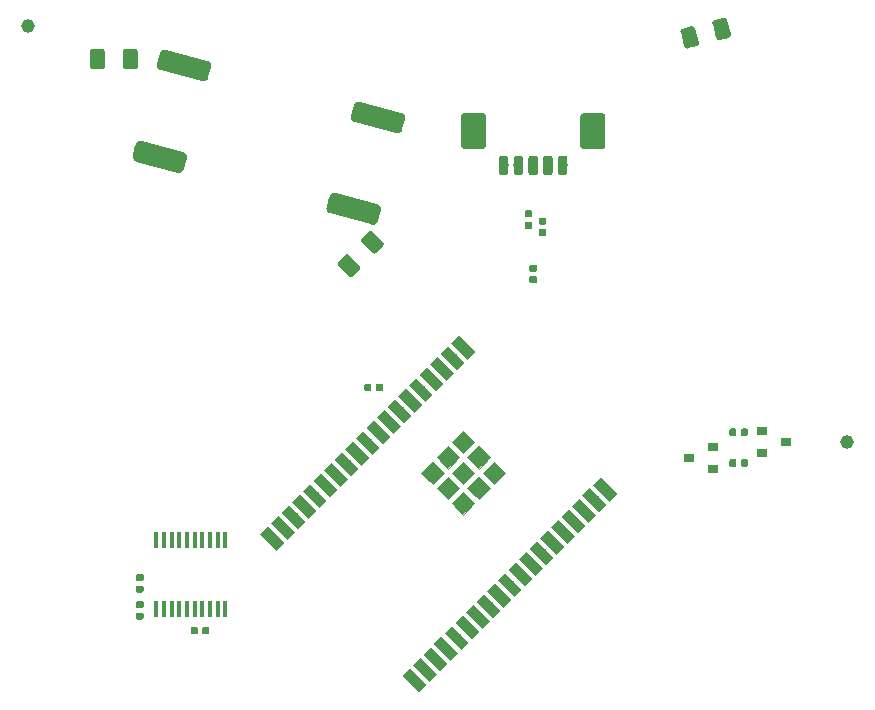
<source format=gtp>
G04 #@! TF.GenerationSoftware,KiCad,Pcbnew,5.0.2+dfsg1-1*
G04 #@! TF.CreationDate,2021-09-10T13:16:56+02:00*
G04 #@! TF.ProjectId,edgedriver,65646765-6472-4697-9665-722e6b696361,rev?*
G04 #@! TF.SameCoordinates,Original*
G04 #@! TF.FileFunction,Paste,Top*
G04 #@! TF.FilePolarity,Positive*
%FSLAX46Y46*%
G04 Gerber Fmt 4.6, Leading zero omitted, Abs format (unit mm)*
G04 Created by KiCad (PCBNEW 5.0.2+dfsg1-1) date Fri 10 Sep 2021 01:16:56 PM CEST*
%MOMM*%
%LPD*%
G01*
G04 APERTURE LIST*
%ADD10C,0.010000*%
%ADD11C,1.152000*%
%ADD12C,0.100000*%
%ADD13C,0.590000*%
%ADD14R,0.900000X0.800000*%
%ADD15R,0.450000X1.450000*%
%ADD16C,0.900000*%
%ADD17C,1.800000*%
%ADD18C,0.800000*%
%ADD19C,2.100000*%
%ADD20C,1.250000*%
G04 APERTURE END LIST*
D10*
G04 #@! TO.C,U1*
G36*
X2478281Y-15287868D02*
X3418733Y-16228320D01*
X2478281Y-17168772D01*
X1537829Y-16228320D01*
X2478281Y-15287868D01*
G37*
X2478281Y-15287868D02*
X3418733Y-16228320D01*
X2478281Y-17168772D01*
X1537829Y-16228320D01*
X2478281Y-15287868D01*
G36*
X1180740Y-13990327D02*
X2121192Y-14930779D01*
X1180740Y-15871231D01*
X240288Y-14930779D01*
X1180740Y-13990327D01*
G37*
X1180740Y-13990327D02*
X2121192Y-14930779D01*
X1180740Y-15871231D01*
X240288Y-14930779D01*
X1180740Y-13990327D01*
G36*
X3775822Y-16585409D02*
X4716274Y-17525861D01*
X3775822Y-18466313D01*
X2835370Y-17525861D01*
X3775822Y-16585409D01*
G37*
X3775822Y-16585409D02*
X4716274Y-17525861D01*
X3775822Y-18466313D01*
X2835370Y-17525861D01*
X3775822Y-16585409D01*
G36*
X5073363Y-15287868D02*
X6013815Y-16228320D01*
X5073363Y-17168772D01*
X4132911Y-16228320D01*
X5073363Y-15287868D01*
G37*
X5073363Y-15287868D02*
X6013815Y-16228320D01*
X5073363Y-17168772D01*
X4132911Y-16228320D01*
X5073363Y-15287868D01*
G36*
X3775822Y-13990327D02*
X4716274Y-14930779D01*
X3775822Y-15871231D01*
X2835370Y-14930779D01*
X3775822Y-13990327D01*
G37*
X3775822Y-13990327D02*
X4716274Y-14930779D01*
X3775822Y-15871231D01*
X2835370Y-14930779D01*
X3775822Y-13990327D01*
G36*
X2478281Y-12692786D02*
X3418733Y-13633238D01*
X2478281Y-14573690D01*
X1537829Y-13633238D01*
X2478281Y-12692786D01*
G37*
X2478281Y-12692786D02*
X3418733Y-13633238D01*
X2478281Y-14573690D01*
X1537829Y-13633238D01*
X2478281Y-12692786D01*
G36*
X-116801Y-15287868D02*
X823652Y-16228320D01*
X-116801Y-17168772D01*
X-1057253Y-16228320D01*
X-116801Y-15287868D01*
G37*
X-116801Y-15287868D02*
X823652Y-16228320D01*
X-116801Y-17168772D01*
X-1057253Y-16228320D01*
X-116801Y-15287868D01*
G36*
X1180740Y-16585409D02*
X2121192Y-17525861D01*
X1180740Y-18466313D01*
X240288Y-17525861D01*
X1180740Y-16585409D01*
G37*
X1180740Y-16585409D02*
X2121192Y-17525861D01*
X1180740Y-18466313D01*
X240288Y-17525861D01*
X1180740Y-16585409D01*
G36*
X2478281Y-17882950D02*
X3418733Y-18823402D01*
X2478281Y-19763854D01*
X1537829Y-18823402D01*
X2478281Y-17882950D01*
G37*
X2478281Y-17882950D02*
X3418733Y-18823402D01*
X2478281Y-19763854D01*
X1537829Y-18823402D01*
X2478281Y-17882950D01*
G04 #@! TD*
D11*
G04 #@! TO.C,REF\002A\002A*
X-34400000Y21600000D03*
G04 #@! TD*
D12*
G04 #@! TO.C,R3*
G36*
X25476958Y-12480710D02*
X25491276Y-12482834D01*
X25505317Y-12486351D01*
X25518946Y-12491228D01*
X25532031Y-12497417D01*
X25544447Y-12504858D01*
X25556073Y-12513481D01*
X25566798Y-12523202D01*
X25576519Y-12533927D01*
X25585142Y-12545553D01*
X25592583Y-12557969D01*
X25598772Y-12571054D01*
X25603649Y-12584683D01*
X25607166Y-12598724D01*
X25609290Y-12613042D01*
X25610000Y-12627500D01*
X25610000Y-12972500D01*
X25609290Y-12986958D01*
X25607166Y-13001276D01*
X25603649Y-13015317D01*
X25598772Y-13028946D01*
X25592583Y-13042031D01*
X25585142Y-13054447D01*
X25576519Y-13066073D01*
X25566798Y-13076798D01*
X25556073Y-13086519D01*
X25544447Y-13095142D01*
X25532031Y-13102583D01*
X25518946Y-13108772D01*
X25505317Y-13113649D01*
X25491276Y-13117166D01*
X25476958Y-13119290D01*
X25462500Y-13120000D01*
X25167500Y-13120000D01*
X25153042Y-13119290D01*
X25138724Y-13117166D01*
X25124683Y-13113649D01*
X25111054Y-13108772D01*
X25097969Y-13102583D01*
X25085553Y-13095142D01*
X25073927Y-13086519D01*
X25063202Y-13076798D01*
X25053481Y-13066073D01*
X25044858Y-13054447D01*
X25037417Y-13042031D01*
X25031228Y-13028946D01*
X25026351Y-13015317D01*
X25022834Y-13001276D01*
X25020710Y-12986958D01*
X25020000Y-12972500D01*
X25020000Y-12627500D01*
X25020710Y-12613042D01*
X25022834Y-12598724D01*
X25026351Y-12584683D01*
X25031228Y-12571054D01*
X25037417Y-12557969D01*
X25044858Y-12545553D01*
X25053481Y-12533927D01*
X25063202Y-12523202D01*
X25073927Y-12513481D01*
X25085553Y-12504858D01*
X25097969Y-12497417D01*
X25111054Y-12491228D01*
X25124683Y-12486351D01*
X25138724Y-12482834D01*
X25153042Y-12480710D01*
X25167500Y-12480000D01*
X25462500Y-12480000D01*
X25476958Y-12480710D01*
X25476958Y-12480710D01*
G37*
D13*
X25315000Y-12800000D03*
D12*
G36*
X26446958Y-12480710D02*
X26461276Y-12482834D01*
X26475317Y-12486351D01*
X26488946Y-12491228D01*
X26502031Y-12497417D01*
X26514447Y-12504858D01*
X26526073Y-12513481D01*
X26536798Y-12523202D01*
X26546519Y-12533927D01*
X26555142Y-12545553D01*
X26562583Y-12557969D01*
X26568772Y-12571054D01*
X26573649Y-12584683D01*
X26577166Y-12598724D01*
X26579290Y-12613042D01*
X26580000Y-12627500D01*
X26580000Y-12972500D01*
X26579290Y-12986958D01*
X26577166Y-13001276D01*
X26573649Y-13015317D01*
X26568772Y-13028946D01*
X26562583Y-13042031D01*
X26555142Y-13054447D01*
X26546519Y-13066073D01*
X26536798Y-13076798D01*
X26526073Y-13086519D01*
X26514447Y-13095142D01*
X26502031Y-13102583D01*
X26488946Y-13108772D01*
X26475317Y-13113649D01*
X26461276Y-13117166D01*
X26446958Y-13119290D01*
X26432500Y-13120000D01*
X26137500Y-13120000D01*
X26123042Y-13119290D01*
X26108724Y-13117166D01*
X26094683Y-13113649D01*
X26081054Y-13108772D01*
X26067969Y-13102583D01*
X26055553Y-13095142D01*
X26043927Y-13086519D01*
X26033202Y-13076798D01*
X26023481Y-13066073D01*
X26014858Y-13054447D01*
X26007417Y-13042031D01*
X26001228Y-13028946D01*
X25996351Y-13015317D01*
X25992834Y-13001276D01*
X25990710Y-12986958D01*
X25990000Y-12972500D01*
X25990000Y-12627500D01*
X25990710Y-12613042D01*
X25992834Y-12598724D01*
X25996351Y-12584683D01*
X26001228Y-12571054D01*
X26007417Y-12557969D01*
X26014858Y-12545553D01*
X26023481Y-12533927D01*
X26033202Y-12523202D01*
X26043927Y-12513481D01*
X26055553Y-12504858D01*
X26067969Y-12497417D01*
X26081054Y-12491228D01*
X26094683Y-12486351D01*
X26108724Y-12482834D01*
X26123042Y-12480710D01*
X26137500Y-12480000D01*
X26432500Y-12480000D01*
X26446958Y-12480710D01*
X26446958Y-12480710D01*
G37*
D13*
X26285000Y-12800000D03*
G04 #@! TD*
D14*
G04 #@! TO.C,Q1*
X29800000Y-13600000D03*
X27800000Y-14550000D03*
X27800000Y-12650000D03*
G04 #@! TD*
D15*
G04 #@! TO.C,U3*
X-23507000Y-27780000D03*
X-22857000Y-27780000D03*
X-22207000Y-27780000D03*
X-21557000Y-27780000D03*
X-20907000Y-27780000D03*
X-20257000Y-27780000D03*
X-19607000Y-27780000D03*
X-18957000Y-27780000D03*
X-18307000Y-27780000D03*
X-17657000Y-27780000D03*
X-17657000Y-21880000D03*
X-18307000Y-21880000D03*
X-18957000Y-21880000D03*
X-19607000Y-21880000D03*
X-20257000Y-21880000D03*
X-20907000Y-21880000D03*
X-21557000Y-21880000D03*
X-22207000Y-21880000D03*
X-22857000Y-21880000D03*
X-23507000Y-21880000D03*
G04 #@! TD*
D12*
G04 #@! TO.C,R6*
G36*
X-19153042Y-29280710D02*
X-19138724Y-29282834D01*
X-19124683Y-29286351D01*
X-19111054Y-29291228D01*
X-19097969Y-29297417D01*
X-19085553Y-29304858D01*
X-19073927Y-29313481D01*
X-19063202Y-29323202D01*
X-19053481Y-29333927D01*
X-19044858Y-29345553D01*
X-19037417Y-29357969D01*
X-19031228Y-29371054D01*
X-19026351Y-29384683D01*
X-19022834Y-29398724D01*
X-19020710Y-29413042D01*
X-19020000Y-29427500D01*
X-19020000Y-29772500D01*
X-19020710Y-29786958D01*
X-19022834Y-29801276D01*
X-19026351Y-29815317D01*
X-19031228Y-29828946D01*
X-19037417Y-29842031D01*
X-19044858Y-29854447D01*
X-19053481Y-29866073D01*
X-19063202Y-29876798D01*
X-19073927Y-29886519D01*
X-19085553Y-29895142D01*
X-19097969Y-29902583D01*
X-19111054Y-29908772D01*
X-19124683Y-29913649D01*
X-19138724Y-29917166D01*
X-19153042Y-29919290D01*
X-19167500Y-29920000D01*
X-19462500Y-29920000D01*
X-19476958Y-29919290D01*
X-19491276Y-29917166D01*
X-19505317Y-29913649D01*
X-19518946Y-29908772D01*
X-19532031Y-29902583D01*
X-19544447Y-29895142D01*
X-19556073Y-29886519D01*
X-19566798Y-29876798D01*
X-19576519Y-29866073D01*
X-19585142Y-29854447D01*
X-19592583Y-29842031D01*
X-19598772Y-29828946D01*
X-19603649Y-29815317D01*
X-19607166Y-29801276D01*
X-19609290Y-29786958D01*
X-19610000Y-29772500D01*
X-19610000Y-29427500D01*
X-19609290Y-29413042D01*
X-19607166Y-29398724D01*
X-19603649Y-29384683D01*
X-19598772Y-29371054D01*
X-19592583Y-29357969D01*
X-19585142Y-29345553D01*
X-19576519Y-29333927D01*
X-19566798Y-29323202D01*
X-19556073Y-29313481D01*
X-19544447Y-29304858D01*
X-19532031Y-29297417D01*
X-19518946Y-29291228D01*
X-19505317Y-29286351D01*
X-19491276Y-29282834D01*
X-19476958Y-29280710D01*
X-19462500Y-29280000D01*
X-19167500Y-29280000D01*
X-19153042Y-29280710D01*
X-19153042Y-29280710D01*
G37*
D13*
X-19315000Y-29600000D03*
D12*
G36*
X-20123042Y-29280710D02*
X-20108724Y-29282834D01*
X-20094683Y-29286351D01*
X-20081054Y-29291228D01*
X-20067969Y-29297417D01*
X-20055553Y-29304858D01*
X-20043927Y-29313481D01*
X-20033202Y-29323202D01*
X-20023481Y-29333927D01*
X-20014858Y-29345553D01*
X-20007417Y-29357969D01*
X-20001228Y-29371054D01*
X-19996351Y-29384683D01*
X-19992834Y-29398724D01*
X-19990710Y-29413042D01*
X-19990000Y-29427500D01*
X-19990000Y-29772500D01*
X-19990710Y-29786958D01*
X-19992834Y-29801276D01*
X-19996351Y-29815317D01*
X-20001228Y-29828946D01*
X-20007417Y-29842031D01*
X-20014858Y-29854447D01*
X-20023481Y-29866073D01*
X-20033202Y-29876798D01*
X-20043927Y-29886519D01*
X-20055553Y-29895142D01*
X-20067969Y-29902583D01*
X-20081054Y-29908772D01*
X-20094683Y-29913649D01*
X-20108724Y-29917166D01*
X-20123042Y-29919290D01*
X-20137500Y-29920000D01*
X-20432500Y-29920000D01*
X-20446958Y-29919290D01*
X-20461276Y-29917166D01*
X-20475317Y-29913649D01*
X-20488946Y-29908772D01*
X-20502031Y-29902583D01*
X-20514447Y-29895142D01*
X-20526073Y-29886519D01*
X-20536798Y-29876798D01*
X-20546519Y-29866073D01*
X-20555142Y-29854447D01*
X-20562583Y-29842031D01*
X-20568772Y-29828946D01*
X-20573649Y-29815317D01*
X-20577166Y-29801276D01*
X-20579290Y-29786958D01*
X-20580000Y-29772500D01*
X-20580000Y-29427500D01*
X-20579290Y-29413042D01*
X-20577166Y-29398724D01*
X-20573649Y-29384683D01*
X-20568772Y-29371054D01*
X-20562583Y-29357969D01*
X-20555142Y-29345553D01*
X-20546519Y-29333927D01*
X-20536798Y-29323202D01*
X-20526073Y-29313481D01*
X-20514447Y-29304858D01*
X-20502031Y-29297417D01*
X-20488946Y-29291228D01*
X-20475317Y-29286351D01*
X-20461276Y-29282834D01*
X-20446958Y-29280710D01*
X-20432500Y-29280000D01*
X-20137500Y-29280000D01*
X-20123042Y-29280710D01*
X-20123042Y-29280710D01*
G37*
D13*
X-20285000Y-29600000D03*
G04 #@! TD*
D12*
G04 #@! TO.C,C8*
G36*
X-24713042Y-24812710D02*
X-24698724Y-24814834D01*
X-24684683Y-24818351D01*
X-24671054Y-24823228D01*
X-24657969Y-24829417D01*
X-24645553Y-24836858D01*
X-24633927Y-24845481D01*
X-24623202Y-24855202D01*
X-24613481Y-24865927D01*
X-24604858Y-24877553D01*
X-24597417Y-24889969D01*
X-24591228Y-24903054D01*
X-24586351Y-24916683D01*
X-24582834Y-24930724D01*
X-24580710Y-24945042D01*
X-24580000Y-24959500D01*
X-24580000Y-25254500D01*
X-24580710Y-25268958D01*
X-24582834Y-25283276D01*
X-24586351Y-25297317D01*
X-24591228Y-25310946D01*
X-24597417Y-25324031D01*
X-24604858Y-25336447D01*
X-24613481Y-25348073D01*
X-24623202Y-25358798D01*
X-24633927Y-25368519D01*
X-24645553Y-25377142D01*
X-24657969Y-25384583D01*
X-24671054Y-25390772D01*
X-24684683Y-25395649D01*
X-24698724Y-25399166D01*
X-24713042Y-25401290D01*
X-24727500Y-25402000D01*
X-25072500Y-25402000D01*
X-25086958Y-25401290D01*
X-25101276Y-25399166D01*
X-25115317Y-25395649D01*
X-25128946Y-25390772D01*
X-25142031Y-25384583D01*
X-25154447Y-25377142D01*
X-25166073Y-25368519D01*
X-25176798Y-25358798D01*
X-25186519Y-25348073D01*
X-25195142Y-25336447D01*
X-25202583Y-25324031D01*
X-25208772Y-25310946D01*
X-25213649Y-25297317D01*
X-25217166Y-25283276D01*
X-25219290Y-25268958D01*
X-25220000Y-25254500D01*
X-25220000Y-24959500D01*
X-25219290Y-24945042D01*
X-25217166Y-24930724D01*
X-25213649Y-24916683D01*
X-25208772Y-24903054D01*
X-25202583Y-24889969D01*
X-25195142Y-24877553D01*
X-25186519Y-24865927D01*
X-25176798Y-24855202D01*
X-25166073Y-24845481D01*
X-25154447Y-24836858D01*
X-25142031Y-24829417D01*
X-25128946Y-24823228D01*
X-25115317Y-24818351D01*
X-25101276Y-24814834D01*
X-25086958Y-24812710D01*
X-25072500Y-24812000D01*
X-24727500Y-24812000D01*
X-24713042Y-24812710D01*
X-24713042Y-24812710D01*
G37*
D13*
X-24900000Y-25107000D03*
D12*
G36*
X-24713042Y-25782710D02*
X-24698724Y-25784834D01*
X-24684683Y-25788351D01*
X-24671054Y-25793228D01*
X-24657969Y-25799417D01*
X-24645553Y-25806858D01*
X-24633927Y-25815481D01*
X-24623202Y-25825202D01*
X-24613481Y-25835927D01*
X-24604858Y-25847553D01*
X-24597417Y-25859969D01*
X-24591228Y-25873054D01*
X-24586351Y-25886683D01*
X-24582834Y-25900724D01*
X-24580710Y-25915042D01*
X-24580000Y-25929500D01*
X-24580000Y-26224500D01*
X-24580710Y-26238958D01*
X-24582834Y-26253276D01*
X-24586351Y-26267317D01*
X-24591228Y-26280946D01*
X-24597417Y-26294031D01*
X-24604858Y-26306447D01*
X-24613481Y-26318073D01*
X-24623202Y-26328798D01*
X-24633927Y-26338519D01*
X-24645553Y-26347142D01*
X-24657969Y-26354583D01*
X-24671054Y-26360772D01*
X-24684683Y-26365649D01*
X-24698724Y-26369166D01*
X-24713042Y-26371290D01*
X-24727500Y-26372000D01*
X-25072500Y-26372000D01*
X-25086958Y-26371290D01*
X-25101276Y-26369166D01*
X-25115317Y-26365649D01*
X-25128946Y-26360772D01*
X-25142031Y-26354583D01*
X-25154447Y-26347142D01*
X-25166073Y-26338519D01*
X-25176798Y-26328798D01*
X-25186519Y-26318073D01*
X-25195142Y-26306447D01*
X-25202583Y-26294031D01*
X-25208772Y-26280946D01*
X-25213649Y-26267317D01*
X-25217166Y-26253276D01*
X-25219290Y-26238958D01*
X-25220000Y-26224500D01*
X-25220000Y-25929500D01*
X-25219290Y-25915042D01*
X-25217166Y-25900724D01*
X-25213649Y-25886683D01*
X-25208772Y-25873054D01*
X-25202583Y-25859969D01*
X-25195142Y-25847553D01*
X-25186519Y-25835927D01*
X-25176798Y-25825202D01*
X-25166073Y-25815481D01*
X-25154447Y-25806858D01*
X-25142031Y-25799417D01*
X-25128946Y-25793228D01*
X-25115317Y-25788351D01*
X-25101276Y-25784834D01*
X-25086958Y-25782710D01*
X-25072500Y-25782000D01*
X-24727500Y-25782000D01*
X-24713042Y-25782710D01*
X-24713042Y-25782710D01*
G37*
D13*
X-24900000Y-26077000D03*
G04 #@! TD*
D12*
G04 #@! TO.C,R7*
G36*
X-24713042Y-27098710D02*
X-24698724Y-27100834D01*
X-24684683Y-27104351D01*
X-24671054Y-27109228D01*
X-24657969Y-27115417D01*
X-24645553Y-27122858D01*
X-24633927Y-27131481D01*
X-24623202Y-27141202D01*
X-24613481Y-27151927D01*
X-24604858Y-27163553D01*
X-24597417Y-27175969D01*
X-24591228Y-27189054D01*
X-24586351Y-27202683D01*
X-24582834Y-27216724D01*
X-24580710Y-27231042D01*
X-24580000Y-27245500D01*
X-24580000Y-27540500D01*
X-24580710Y-27554958D01*
X-24582834Y-27569276D01*
X-24586351Y-27583317D01*
X-24591228Y-27596946D01*
X-24597417Y-27610031D01*
X-24604858Y-27622447D01*
X-24613481Y-27634073D01*
X-24623202Y-27644798D01*
X-24633927Y-27654519D01*
X-24645553Y-27663142D01*
X-24657969Y-27670583D01*
X-24671054Y-27676772D01*
X-24684683Y-27681649D01*
X-24698724Y-27685166D01*
X-24713042Y-27687290D01*
X-24727500Y-27688000D01*
X-25072500Y-27688000D01*
X-25086958Y-27687290D01*
X-25101276Y-27685166D01*
X-25115317Y-27681649D01*
X-25128946Y-27676772D01*
X-25142031Y-27670583D01*
X-25154447Y-27663142D01*
X-25166073Y-27654519D01*
X-25176798Y-27644798D01*
X-25186519Y-27634073D01*
X-25195142Y-27622447D01*
X-25202583Y-27610031D01*
X-25208772Y-27596946D01*
X-25213649Y-27583317D01*
X-25217166Y-27569276D01*
X-25219290Y-27554958D01*
X-25220000Y-27540500D01*
X-25220000Y-27245500D01*
X-25219290Y-27231042D01*
X-25217166Y-27216724D01*
X-25213649Y-27202683D01*
X-25208772Y-27189054D01*
X-25202583Y-27175969D01*
X-25195142Y-27163553D01*
X-25186519Y-27151927D01*
X-25176798Y-27141202D01*
X-25166073Y-27131481D01*
X-25154447Y-27122858D01*
X-25142031Y-27115417D01*
X-25128946Y-27109228D01*
X-25115317Y-27104351D01*
X-25101276Y-27100834D01*
X-25086958Y-27098710D01*
X-25072500Y-27098000D01*
X-24727500Y-27098000D01*
X-24713042Y-27098710D01*
X-24713042Y-27098710D01*
G37*
D13*
X-24900000Y-27393000D03*
D12*
G36*
X-24713042Y-28068710D02*
X-24698724Y-28070834D01*
X-24684683Y-28074351D01*
X-24671054Y-28079228D01*
X-24657969Y-28085417D01*
X-24645553Y-28092858D01*
X-24633927Y-28101481D01*
X-24623202Y-28111202D01*
X-24613481Y-28121927D01*
X-24604858Y-28133553D01*
X-24597417Y-28145969D01*
X-24591228Y-28159054D01*
X-24586351Y-28172683D01*
X-24582834Y-28186724D01*
X-24580710Y-28201042D01*
X-24580000Y-28215500D01*
X-24580000Y-28510500D01*
X-24580710Y-28524958D01*
X-24582834Y-28539276D01*
X-24586351Y-28553317D01*
X-24591228Y-28566946D01*
X-24597417Y-28580031D01*
X-24604858Y-28592447D01*
X-24613481Y-28604073D01*
X-24623202Y-28614798D01*
X-24633927Y-28624519D01*
X-24645553Y-28633142D01*
X-24657969Y-28640583D01*
X-24671054Y-28646772D01*
X-24684683Y-28651649D01*
X-24698724Y-28655166D01*
X-24713042Y-28657290D01*
X-24727500Y-28658000D01*
X-25072500Y-28658000D01*
X-25086958Y-28657290D01*
X-25101276Y-28655166D01*
X-25115317Y-28651649D01*
X-25128946Y-28646772D01*
X-25142031Y-28640583D01*
X-25154447Y-28633142D01*
X-25166073Y-28624519D01*
X-25176798Y-28614798D01*
X-25186519Y-28604073D01*
X-25195142Y-28592447D01*
X-25202583Y-28580031D01*
X-25208772Y-28566946D01*
X-25213649Y-28553317D01*
X-25217166Y-28539276D01*
X-25219290Y-28524958D01*
X-25220000Y-28510500D01*
X-25220000Y-28215500D01*
X-25219290Y-28201042D01*
X-25217166Y-28186724D01*
X-25213649Y-28172683D01*
X-25208772Y-28159054D01*
X-25202583Y-28145969D01*
X-25195142Y-28133553D01*
X-25186519Y-28121927D01*
X-25176798Y-28111202D01*
X-25166073Y-28101481D01*
X-25154447Y-28092858D01*
X-25142031Y-28085417D01*
X-25128946Y-28079228D01*
X-25115317Y-28074351D01*
X-25101276Y-28070834D01*
X-25086958Y-28068710D01*
X-25072500Y-28068000D01*
X-24727500Y-28068000D01*
X-24713042Y-28068710D01*
X-24713042Y-28068710D01*
G37*
D13*
X-24900000Y-28363000D03*
G04 #@! TD*
D16*
G04 #@! TO.C,U1*
X2478281Y-5621718D03*
D12*
G36*
X1452976Y-5232809D02*
X2089372Y-4596413D01*
X3503586Y-6010627D01*
X2867190Y-6647023D01*
X1452976Y-5232809D01*
X1452976Y-5232809D01*
G37*
D16*
X1580256Y-6519744D03*
D12*
G36*
X554951Y-6130835D02*
X1191347Y-5494439D01*
X2605561Y-6908653D01*
X1969165Y-7545049D01*
X554951Y-6130835D01*
X554951Y-6130835D01*
G37*
D16*
X682230Y-7417770D03*
D12*
G36*
X-343075Y-7028861D02*
X293321Y-6392465D01*
X1707535Y-7806679D01*
X1071139Y-8443075D01*
X-343075Y-7028861D01*
X-343075Y-7028861D01*
G37*
D16*
X-215795Y-8315795D03*
D12*
G36*
X-1241100Y-7926886D02*
X-604704Y-7290490D01*
X809510Y-8704704D01*
X173114Y-9341100D01*
X-1241100Y-7926886D01*
X-1241100Y-7926886D01*
G37*
D16*
X-1113821Y-9213821D03*
D12*
G36*
X-2139126Y-8824912D02*
X-1502730Y-8188516D01*
X-88516Y-9602730D01*
X-724912Y-10239126D01*
X-2139126Y-8824912D01*
X-2139126Y-8824912D01*
G37*
D16*
X-2011847Y-10111846D03*
D12*
G36*
X-3037152Y-9722937D02*
X-2400756Y-9086541D01*
X-986542Y-10500755D01*
X-1622938Y-11137151D01*
X-3037152Y-9722937D01*
X-3037152Y-9722937D01*
G37*
D16*
X-2909872Y-11009872D03*
D12*
G36*
X-3935177Y-10620963D02*
X-3298781Y-9984567D01*
X-1884567Y-11398781D01*
X-2520963Y-12035177D01*
X-3935177Y-10620963D01*
X-3935177Y-10620963D01*
G37*
D16*
X-3807898Y-11907898D03*
D12*
G36*
X-4833203Y-11518989D02*
X-4196807Y-10882593D01*
X-2782593Y-12296807D01*
X-3418989Y-12933203D01*
X-4833203Y-11518989D01*
X-4833203Y-11518989D01*
G37*
D16*
X-4705924Y-12805923D03*
D12*
G36*
X-5731229Y-12417014D02*
X-5094833Y-11780618D01*
X-3680619Y-13194832D01*
X-4317015Y-13831228D01*
X-5731229Y-12417014D01*
X-5731229Y-12417014D01*
G37*
D16*
X-5603949Y-13703949D03*
D12*
G36*
X-6629254Y-13315040D02*
X-5992858Y-12678644D01*
X-4578644Y-14092858D01*
X-5215040Y-14729254D01*
X-6629254Y-13315040D01*
X-6629254Y-13315040D01*
G37*
D16*
X-6501975Y-14601974D03*
D12*
G36*
X-7527280Y-14213065D02*
X-6890884Y-13576669D01*
X-5476670Y-14990883D01*
X-6113066Y-15627279D01*
X-7527280Y-14213065D01*
X-7527280Y-14213065D01*
G37*
D16*
X-7400000Y-15500000D03*
D12*
G36*
X-8425305Y-15111091D02*
X-7788909Y-14474695D01*
X-6374695Y-15888909D01*
X-7011091Y-16525305D01*
X-8425305Y-15111091D01*
X-8425305Y-15111091D01*
G37*
D16*
X-8298026Y-16398026D03*
D12*
G36*
X-9323331Y-16009117D02*
X-8686935Y-15372721D01*
X-7272721Y-16786935D01*
X-7909117Y-17423331D01*
X-9323331Y-16009117D01*
X-9323331Y-16009117D01*
G37*
D16*
X-9196052Y-17296051D03*
D12*
G36*
X-10221357Y-16907142D02*
X-9584961Y-16270746D01*
X-8170747Y-17684960D01*
X-8807143Y-18321356D01*
X-10221357Y-16907142D01*
X-10221357Y-16907142D01*
G37*
D16*
X-10094077Y-18194077D03*
D12*
G36*
X-11119382Y-17805168D02*
X-10482986Y-17168772D01*
X-9068772Y-18582986D01*
X-9705168Y-19219382D01*
X-11119382Y-17805168D01*
X-11119382Y-17805168D01*
G37*
D16*
X-10992103Y-19092103D03*
D12*
G36*
X-12017408Y-18703194D02*
X-11381012Y-18066798D01*
X-9966798Y-19481012D01*
X-10603194Y-20117408D01*
X-12017408Y-18703194D01*
X-12017408Y-18703194D01*
G37*
D16*
X-11890128Y-19990128D03*
D12*
G36*
X-12915433Y-19601219D02*
X-12279037Y-18964823D01*
X-10864823Y-20379037D01*
X-11501219Y-21015433D01*
X-12915433Y-19601219D01*
X-12915433Y-19601219D01*
G37*
D16*
X-12788154Y-20888154D03*
D12*
G36*
X-13813459Y-20499245D02*
X-13177063Y-19862849D01*
X-11762849Y-21277063D01*
X-12399245Y-21913459D01*
X-13813459Y-20499245D01*
X-13813459Y-20499245D01*
G37*
D16*
X-13686180Y-21786179D03*
D12*
G36*
X-14711485Y-21397270D02*
X-14075089Y-20760874D01*
X-12660875Y-22175088D01*
X-13297271Y-22811484D01*
X-14711485Y-21397270D01*
X-14711485Y-21397270D01*
G37*
D16*
X-1665365Y-33806995D03*
D12*
G36*
X-2690670Y-33418086D02*
X-2054274Y-32781690D01*
X-640060Y-34195904D01*
X-1276456Y-34832300D01*
X-2690670Y-33418086D01*
X-2690670Y-33418086D01*
G37*
D16*
X-767339Y-32908968D03*
D12*
G36*
X-1792644Y-32520059D02*
X-1156248Y-31883663D01*
X257966Y-33297877D01*
X-378430Y-33934273D01*
X-1792644Y-32520059D01*
X-1792644Y-32520059D01*
G37*
D16*
X130688Y-32010943D03*
D12*
G36*
X-894617Y-31622034D02*
X-258221Y-30985638D01*
X1155993Y-32399852D01*
X519597Y-33036248D01*
X-894617Y-31622034D01*
X-894617Y-31622034D01*
G37*
D16*
X1028712Y-31112918D03*
D12*
G36*
X3407Y-30724009D02*
X639803Y-30087613D01*
X2054017Y-31501827D01*
X1417621Y-32138223D01*
X3407Y-30724009D01*
X3407Y-30724009D01*
G37*
D16*
X1926738Y-30214892D03*
D12*
G36*
X901433Y-29825983D02*
X1537829Y-29189587D01*
X2952043Y-30603801D01*
X2315647Y-31240197D01*
X901433Y-29825983D01*
X901433Y-29825983D01*
G37*
D16*
X2824764Y-29316867D03*
D12*
G36*
X1799459Y-28927958D02*
X2435855Y-28291562D01*
X3850069Y-29705776D01*
X3213673Y-30342172D01*
X1799459Y-28927958D01*
X1799459Y-28927958D01*
G37*
D16*
X3722789Y-28418841D03*
D12*
G36*
X2697484Y-28029932D02*
X3333880Y-27393536D01*
X4748094Y-28807750D01*
X4111698Y-29444146D01*
X2697484Y-28029932D01*
X2697484Y-28029932D01*
G37*
D16*
X4620815Y-27520815D03*
D12*
G36*
X3595510Y-27131906D02*
X4231906Y-26495510D01*
X5646120Y-27909724D01*
X5009724Y-28546120D01*
X3595510Y-27131906D01*
X3595510Y-27131906D01*
G37*
D16*
X5518841Y-26622790D03*
D12*
G36*
X4493536Y-26233881D02*
X5129932Y-25597485D01*
X6544146Y-27011699D01*
X5907750Y-27648095D01*
X4493536Y-26233881D01*
X4493536Y-26233881D01*
G37*
D16*
X6416866Y-25724764D03*
D12*
G36*
X5391561Y-25335855D02*
X6027957Y-24699459D01*
X7442171Y-26113673D01*
X6805775Y-26750069D01*
X5391561Y-25335855D01*
X5391561Y-25335855D01*
G37*
D16*
X7314892Y-24826739D03*
D12*
G36*
X6289587Y-24437830D02*
X6925983Y-23801434D01*
X8340197Y-25215648D01*
X7703801Y-25852044D01*
X6289587Y-24437830D01*
X6289587Y-24437830D01*
G37*
D16*
X8212917Y-23928713D03*
D12*
G36*
X7187612Y-23539804D02*
X7824008Y-22903408D01*
X9238222Y-24317622D01*
X8601826Y-24954018D01*
X7187612Y-23539804D01*
X7187612Y-23539804D01*
G37*
D16*
X9110943Y-23030687D03*
D12*
G36*
X8085638Y-22641778D02*
X8722034Y-22005382D01*
X10136248Y-23419596D01*
X9499852Y-24055992D01*
X8085638Y-22641778D01*
X8085638Y-22641778D01*
G37*
D16*
X10008969Y-22132662D03*
D12*
G36*
X8983664Y-21743753D02*
X9620060Y-21107357D01*
X11034274Y-22521571D01*
X10397878Y-23157967D01*
X8983664Y-21743753D01*
X8983664Y-21743753D01*
G37*
D16*
X10906994Y-21234636D03*
D12*
G36*
X9881689Y-20845727D02*
X10518085Y-20209331D01*
X11932299Y-21623545D01*
X11295903Y-22259941D01*
X9881689Y-20845727D01*
X9881689Y-20845727D01*
G37*
D16*
X11805020Y-20336610D03*
D12*
G36*
X10779715Y-19947701D02*
X11416111Y-19311305D01*
X12830325Y-20725519D01*
X12193929Y-21361915D01*
X10779715Y-19947701D01*
X10779715Y-19947701D01*
G37*
D16*
X12703045Y-19438585D03*
D12*
G36*
X11677740Y-19049676D02*
X12314136Y-18413280D01*
X13728350Y-19827494D01*
X13091954Y-20463890D01*
X11677740Y-19049676D01*
X11677740Y-19049676D01*
G37*
D16*
X13601071Y-18540559D03*
D12*
G36*
X12575766Y-18151650D02*
X13212162Y-17515254D01*
X14626376Y-18929468D01*
X13989980Y-19565864D01*
X12575766Y-18151650D01*
X12575766Y-18151650D01*
G37*
D16*
X14499097Y-17642534D03*
D12*
G36*
X13473792Y-17253625D02*
X14110188Y-16617229D01*
X15524402Y-18031443D01*
X14888006Y-18667839D01*
X13473792Y-17253625D01*
X13473792Y-17253625D01*
G37*
G04 #@! TD*
D14*
G04 #@! TO.C,Q2*
X23600000Y-15950000D03*
X23600000Y-14050000D03*
X21600000Y-15000000D03*
G04 #@! TD*
D11*
G04 #@! TO.C,REF\002A\002A*
X35000000Y-13600000D03*
G04 #@! TD*
D12*
G04 #@! TO.C,C5*
G36*
X-4453042Y-8680710D02*
X-4438724Y-8682834D01*
X-4424683Y-8686351D01*
X-4411054Y-8691228D01*
X-4397969Y-8697417D01*
X-4385553Y-8704858D01*
X-4373927Y-8713481D01*
X-4363202Y-8723202D01*
X-4353481Y-8733927D01*
X-4344858Y-8745553D01*
X-4337417Y-8757969D01*
X-4331228Y-8771054D01*
X-4326351Y-8784683D01*
X-4322834Y-8798724D01*
X-4320710Y-8813042D01*
X-4320000Y-8827500D01*
X-4320000Y-9172500D01*
X-4320710Y-9186958D01*
X-4322834Y-9201276D01*
X-4326351Y-9215317D01*
X-4331228Y-9228946D01*
X-4337417Y-9242031D01*
X-4344858Y-9254447D01*
X-4353481Y-9266073D01*
X-4363202Y-9276798D01*
X-4373927Y-9286519D01*
X-4385553Y-9295142D01*
X-4397969Y-9302583D01*
X-4411054Y-9308772D01*
X-4424683Y-9313649D01*
X-4438724Y-9317166D01*
X-4453042Y-9319290D01*
X-4467500Y-9320000D01*
X-4762500Y-9320000D01*
X-4776958Y-9319290D01*
X-4791276Y-9317166D01*
X-4805317Y-9313649D01*
X-4818946Y-9308772D01*
X-4832031Y-9302583D01*
X-4844447Y-9295142D01*
X-4856073Y-9286519D01*
X-4866798Y-9276798D01*
X-4876519Y-9266073D01*
X-4885142Y-9254447D01*
X-4892583Y-9242031D01*
X-4898772Y-9228946D01*
X-4903649Y-9215317D01*
X-4907166Y-9201276D01*
X-4909290Y-9186958D01*
X-4910000Y-9172500D01*
X-4910000Y-8827500D01*
X-4909290Y-8813042D01*
X-4907166Y-8798724D01*
X-4903649Y-8784683D01*
X-4898772Y-8771054D01*
X-4892583Y-8757969D01*
X-4885142Y-8745553D01*
X-4876519Y-8733927D01*
X-4866798Y-8723202D01*
X-4856073Y-8713481D01*
X-4844447Y-8704858D01*
X-4832031Y-8697417D01*
X-4818946Y-8691228D01*
X-4805317Y-8686351D01*
X-4791276Y-8682834D01*
X-4776958Y-8680710D01*
X-4762500Y-8680000D01*
X-4467500Y-8680000D01*
X-4453042Y-8680710D01*
X-4453042Y-8680710D01*
G37*
D13*
X-4615000Y-9000000D03*
D12*
G36*
X-5423042Y-8680710D02*
X-5408724Y-8682834D01*
X-5394683Y-8686351D01*
X-5381054Y-8691228D01*
X-5367969Y-8697417D01*
X-5355553Y-8704858D01*
X-5343927Y-8713481D01*
X-5333202Y-8723202D01*
X-5323481Y-8733927D01*
X-5314858Y-8745553D01*
X-5307417Y-8757969D01*
X-5301228Y-8771054D01*
X-5296351Y-8784683D01*
X-5292834Y-8798724D01*
X-5290710Y-8813042D01*
X-5290000Y-8827500D01*
X-5290000Y-9172500D01*
X-5290710Y-9186958D01*
X-5292834Y-9201276D01*
X-5296351Y-9215317D01*
X-5301228Y-9228946D01*
X-5307417Y-9242031D01*
X-5314858Y-9254447D01*
X-5323481Y-9266073D01*
X-5333202Y-9276798D01*
X-5343927Y-9286519D01*
X-5355553Y-9295142D01*
X-5367969Y-9302583D01*
X-5381054Y-9308772D01*
X-5394683Y-9313649D01*
X-5408724Y-9317166D01*
X-5423042Y-9319290D01*
X-5437500Y-9320000D01*
X-5732500Y-9320000D01*
X-5746958Y-9319290D01*
X-5761276Y-9317166D01*
X-5775317Y-9313649D01*
X-5788946Y-9308772D01*
X-5802031Y-9302583D01*
X-5814447Y-9295142D01*
X-5826073Y-9286519D01*
X-5836798Y-9276798D01*
X-5846519Y-9266073D01*
X-5855142Y-9254447D01*
X-5862583Y-9242031D01*
X-5868772Y-9228946D01*
X-5873649Y-9215317D01*
X-5877166Y-9201276D01*
X-5879290Y-9186958D01*
X-5880000Y-9172500D01*
X-5880000Y-8827500D01*
X-5879290Y-8813042D01*
X-5877166Y-8798724D01*
X-5873649Y-8784683D01*
X-5868772Y-8771054D01*
X-5862583Y-8757969D01*
X-5855142Y-8745553D01*
X-5846519Y-8733927D01*
X-5836798Y-8723202D01*
X-5826073Y-8713481D01*
X-5814447Y-8704858D01*
X-5802031Y-8697417D01*
X-5788946Y-8691228D01*
X-5775317Y-8686351D01*
X-5761276Y-8682834D01*
X-5746958Y-8680710D01*
X-5732500Y-8680000D01*
X-5437500Y-8680000D01*
X-5423042Y-8680710D01*
X-5423042Y-8680710D01*
G37*
D13*
X-5585000Y-9000000D03*
G04 #@! TD*
D12*
G04 #@! TO.C,C7*
G36*
X8586958Y409290D02*
X8601276Y407166D01*
X8615317Y403649D01*
X8628946Y398772D01*
X8642031Y392583D01*
X8654447Y385142D01*
X8666073Y376519D01*
X8676798Y366798D01*
X8686519Y356073D01*
X8695142Y344447D01*
X8702583Y332031D01*
X8708772Y318946D01*
X8713649Y305317D01*
X8717166Y291276D01*
X8719290Y276958D01*
X8720000Y262500D01*
X8720000Y-32500D01*
X8719290Y-46958D01*
X8717166Y-61276D01*
X8713649Y-75317D01*
X8708772Y-88946D01*
X8702583Y-102031D01*
X8695142Y-114447D01*
X8686519Y-126073D01*
X8676798Y-136798D01*
X8666073Y-146519D01*
X8654447Y-155142D01*
X8642031Y-162583D01*
X8628946Y-168772D01*
X8615317Y-173649D01*
X8601276Y-177166D01*
X8586958Y-179290D01*
X8572500Y-180000D01*
X8227500Y-180000D01*
X8213042Y-179290D01*
X8198724Y-177166D01*
X8184683Y-173649D01*
X8171054Y-168772D01*
X8157969Y-162583D01*
X8145553Y-155142D01*
X8133927Y-146519D01*
X8123202Y-136798D01*
X8113481Y-126073D01*
X8104858Y-114447D01*
X8097417Y-102031D01*
X8091228Y-88946D01*
X8086351Y-75317D01*
X8082834Y-61276D01*
X8080710Y-46958D01*
X8080000Y-32500D01*
X8080000Y262500D01*
X8080710Y276958D01*
X8082834Y291276D01*
X8086351Y305317D01*
X8091228Y318946D01*
X8097417Y332031D01*
X8104858Y344447D01*
X8113481Y356073D01*
X8123202Y366798D01*
X8133927Y376519D01*
X8145553Y385142D01*
X8157969Y392583D01*
X8171054Y398772D01*
X8184683Y403649D01*
X8198724Y407166D01*
X8213042Y409290D01*
X8227500Y410000D01*
X8572500Y410000D01*
X8586958Y409290D01*
X8586958Y409290D01*
G37*
D13*
X8400000Y115000D03*
D12*
G36*
X8586958Y1379290D02*
X8601276Y1377166D01*
X8615317Y1373649D01*
X8628946Y1368772D01*
X8642031Y1362583D01*
X8654447Y1355142D01*
X8666073Y1346519D01*
X8676798Y1336798D01*
X8686519Y1326073D01*
X8695142Y1314447D01*
X8702583Y1302031D01*
X8708772Y1288946D01*
X8713649Y1275317D01*
X8717166Y1261276D01*
X8719290Y1246958D01*
X8720000Y1232500D01*
X8720000Y937500D01*
X8719290Y923042D01*
X8717166Y908724D01*
X8713649Y894683D01*
X8708772Y881054D01*
X8702583Y867969D01*
X8695142Y855553D01*
X8686519Y843927D01*
X8676798Y833202D01*
X8666073Y823481D01*
X8654447Y814858D01*
X8642031Y807417D01*
X8628946Y801228D01*
X8615317Y796351D01*
X8601276Y792834D01*
X8586958Y790710D01*
X8572500Y790000D01*
X8227500Y790000D01*
X8213042Y790710D01*
X8198724Y792834D01*
X8184683Y796351D01*
X8171054Y801228D01*
X8157969Y807417D01*
X8145553Y814858D01*
X8133927Y823481D01*
X8123202Y833202D01*
X8113481Y843927D01*
X8104858Y855553D01*
X8097417Y867969D01*
X8091228Y881054D01*
X8086351Y894683D01*
X8082834Y908724D01*
X8080710Y923042D01*
X8080000Y937500D01*
X8080000Y1232500D01*
X8080710Y1246958D01*
X8082834Y1261276D01*
X8086351Y1275317D01*
X8091228Y1288946D01*
X8097417Y1302031D01*
X8104858Y1314447D01*
X8113481Y1326073D01*
X8123202Y1336798D01*
X8133927Y1346519D01*
X8145553Y1355142D01*
X8157969Y1362583D01*
X8171054Y1368772D01*
X8184683Y1373649D01*
X8198724Y1377166D01*
X8213042Y1379290D01*
X8227500Y1380000D01*
X8572500Y1380000D01*
X8586958Y1379290D01*
X8586958Y1379290D01*
G37*
D13*
X8400000Y1085000D03*
G04 #@! TD*
D12*
G04 #@! TO.C,R4*
G36*
X25476958Y-15080710D02*
X25491276Y-15082834D01*
X25505317Y-15086351D01*
X25518946Y-15091228D01*
X25532031Y-15097417D01*
X25544447Y-15104858D01*
X25556073Y-15113481D01*
X25566798Y-15123202D01*
X25576519Y-15133927D01*
X25585142Y-15145553D01*
X25592583Y-15157969D01*
X25598772Y-15171054D01*
X25603649Y-15184683D01*
X25607166Y-15198724D01*
X25609290Y-15213042D01*
X25610000Y-15227500D01*
X25610000Y-15572500D01*
X25609290Y-15586958D01*
X25607166Y-15601276D01*
X25603649Y-15615317D01*
X25598772Y-15628946D01*
X25592583Y-15642031D01*
X25585142Y-15654447D01*
X25576519Y-15666073D01*
X25566798Y-15676798D01*
X25556073Y-15686519D01*
X25544447Y-15695142D01*
X25532031Y-15702583D01*
X25518946Y-15708772D01*
X25505317Y-15713649D01*
X25491276Y-15717166D01*
X25476958Y-15719290D01*
X25462500Y-15720000D01*
X25167500Y-15720000D01*
X25153042Y-15719290D01*
X25138724Y-15717166D01*
X25124683Y-15713649D01*
X25111054Y-15708772D01*
X25097969Y-15702583D01*
X25085553Y-15695142D01*
X25073927Y-15686519D01*
X25063202Y-15676798D01*
X25053481Y-15666073D01*
X25044858Y-15654447D01*
X25037417Y-15642031D01*
X25031228Y-15628946D01*
X25026351Y-15615317D01*
X25022834Y-15601276D01*
X25020710Y-15586958D01*
X25020000Y-15572500D01*
X25020000Y-15227500D01*
X25020710Y-15213042D01*
X25022834Y-15198724D01*
X25026351Y-15184683D01*
X25031228Y-15171054D01*
X25037417Y-15157969D01*
X25044858Y-15145553D01*
X25053481Y-15133927D01*
X25063202Y-15123202D01*
X25073927Y-15113481D01*
X25085553Y-15104858D01*
X25097969Y-15097417D01*
X25111054Y-15091228D01*
X25124683Y-15086351D01*
X25138724Y-15082834D01*
X25153042Y-15080710D01*
X25167500Y-15080000D01*
X25462500Y-15080000D01*
X25476958Y-15080710D01*
X25476958Y-15080710D01*
G37*
D13*
X25315000Y-15400000D03*
D12*
G36*
X26446958Y-15080710D02*
X26461276Y-15082834D01*
X26475317Y-15086351D01*
X26488946Y-15091228D01*
X26502031Y-15097417D01*
X26514447Y-15104858D01*
X26526073Y-15113481D01*
X26536798Y-15123202D01*
X26546519Y-15133927D01*
X26555142Y-15145553D01*
X26562583Y-15157969D01*
X26568772Y-15171054D01*
X26573649Y-15184683D01*
X26577166Y-15198724D01*
X26579290Y-15213042D01*
X26580000Y-15227500D01*
X26580000Y-15572500D01*
X26579290Y-15586958D01*
X26577166Y-15601276D01*
X26573649Y-15615317D01*
X26568772Y-15628946D01*
X26562583Y-15642031D01*
X26555142Y-15654447D01*
X26546519Y-15666073D01*
X26536798Y-15676798D01*
X26526073Y-15686519D01*
X26514447Y-15695142D01*
X26502031Y-15702583D01*
X26488946Y-15708772D01*
X26475317Y-15713649D01*
X26461276Y-15717166D01*
X26446958Y-15719290D01*
X26432500Y-15720000D01*
X26137500Y-15720000D01*
X26123042Y-15719290D01*
X26108724Y-15717166D01*
X26094683Y-15713649D01*
X26081054Y-15708772D01*
X26067969Y-15702583D01*
X26055553Y-15695142D01*
X26043927Y-15686519D01*
X26033202Y-15676798D01*
X26023481Y-15666073D01*
X26014858Y-15654447D01*
X26007417Y-15642031D01*
X26001228Y-15628946D01*
X25996351Y-15615317D01*
X25992834Y-15601276D01*
X25990710Y-15586958D01*
X25990000Y-15572500D01*
X25990000Y-15227500D01*
X25990710Y-15213042D01*
X25992834Y-15198724D01*
X25996351Y-15184683D01*
X26001228Y-15171054D01*
X26007417Y-15157969D01*
X26014858Y-15145553D01*
X26023481Y-15133927D01*
X26033202Y-15123202D01*
X26043927Y-15113481D01*
X26055553Y-15104858D01*
X26067969Y-15097417D01*
X26081054Y-15091228D01*
X26094683Y-15086351D01*
X26108724Y-15082834D01*
X26123042Y-15080710D01*
X26137500Y-15080000D01*
X26432500Y-15080000D01*
X26446958Y-15080710D01*
X26446958Y-15080710D01*
G37*
D13*
X26285000Y-15400000D03*
G04 #@! TD*
D12*
G04 #@! TO.C,R5*
G36*
X8186958Y5009290D02*
X8201276Y5007166D01*
X8215317Y5003649D01*
X8228946Y4998772D01*
X8242031Y4992583D01*
X8254447Y4985142D01*
X8266073Y4976519D01*
X8276798Y4966798D01*
X8286519Y4956073D01*
X8295142Y4944447D01*
X8302583Y4932031D01*
X8308772Y4918946D01*
X8313649Y4905317D01*
X8317166Y4891276D01*
X8319290Y4876958D01*
X8320000Y4862500D01*
X8320000Y4567500D01*
X8319290Y4553042D01*
X8317166Y4538724D01*
X8313649Y4524683D01*
X8308772Y4511054D01*
X8302583Y4497969D01*
X8295142Y4485553D01*
X8286519Y4473927D01*
X8276798Y4463202D01*
X8266073Y4453481D01*
X8254447Y4444858D01*
X8242031Y4437417D01*
X8228946Y4431228D01*
X8215317Y4426351D01*
X8201276Y4422834D01*
X8186958Y4420710D01*
X8172500Y4420000D01*
X7827500Y4420000D01*
X7813042Y4420710D01*
X7798724Y4422834D01*
X7784683Y4426351D01*
X7771054Y4431228D01*
X7757969Y4437417D01*
X7745553Y4444858D01*
X7733927Y4453481D01*
X7723202Y4463202D01*
X7713481Y4473927D01*
X7704858Y4485553D01*
X7697417Y4497969D01*
X7691228Y4511054D01*
X7686351Y4524683D01*
X7682834Y4538724D01*
X7680710Y4553042D01*
X7680000Y4567500D01*
X7680000Y4862500D01*
X7680710Y4876958D01*
X7682834Y4891276D01*
X7686351Y4905317D01*
X7691228Y4918946D01*
X7697417Y4932031D01*
X7704858Y4944447D01*
X7713481Y4956073D01*
X7723202Y4966798D01*
X7733927Y4976519D01*
X7745553Y4985142D01*
X7757969Y4992583D01*
X7771054Y4998772D01*
X7784683Y5003649D01*
X7798724Y5007166D01*
X7813042Y5009290D01*
X7827500Y5010000D01*
X8172500Y5010000D01*
X8186958Y5009290D01*
X8186958Y5009290D01*
G37*
D13*
X8000000Y4715000D03*
D12*
G36*
X8186958Y5979290D02*
X8201276Y5977166D01*
X8215317Y5973649D01*
X8228946Y5968772D01*
X8242031Y5962583D01*
X8254447Y5955142D01*
X8266073Y5946519D01*
X8276798Y5936798D01*
X8286519Y5926073D01*
X8295142Y5914447D01*
X8302583Y5902031D01*
X8308772Y5888946D01*
X8313649Y5875317D01*
X8317166Y5861276D01*
X8319290Y5846958D01*
X8320000Y5832500D01*
X8320000Y5537500D01*
X8319290Y5523042D01*
X8317166Y5508724D01*
X8313649Y5494683D01*
X8308772Y5481054D01*
X8302583Y5467969D01*
X8295142Y5455553D01*
X8286519Y5443927D01*
X8276798Y5433202D01*
X8266073Y5423481D01*
X8254447Y5414858D01*
X8242031Y5407417D01*
X8228946Y5401228D01*
X8215317Y5396351D01*
X8201276Y5392834D01*
X8186958Y5390710D01*
X8172500Y5390000D01*
X7827500Y5390000D01*
X7813042Y5390710D01*
X7798724Y5392834D01*
X7784683Y5396351D01*
X7771054Y5401228D01*
X7757969Y5407417D01*
X7745553Y5414858D01*
X7733927Y5423481D01*
X7723202Y5433202D01*
X7713481Y5443927D01*
X7704858Y5455553D01*
X7697417Y5467969D01*
X7691228Y5481054D01*
X7686351Y5494683D01*
X7682834Y5508724D01*
X7680710Y5523042D01*
X7680000Y5537500D01*
X7680000Y5832500D01*
X7680710Y5846958D01*
X7682834Y5861276D01*
X7686351Y5875317D01*
X7691228Y5888946D01*
X7697417Y5902031D01*
X7704858Y5914447D01*
X7713481Y5926073D01*
X7723202Y5936798D01*
X7733927Y5946519D01*
X7745553Y5955142D01*
X7757969Y5962583D01*
X7771054Y5968772D01*
X7784683Y5973649D01*
X7798724Y5977166D01*
X7813042Y5979290D01*
X7827500Y5980000D01*
X8172500Y5980000D01*
X8186958Y5979290D01*
X8186958Y5979290D01*
G37*
D13*
X8000000Y5685000D03*
G04 #@! TD*
D12*
G04 #@! TO.C,R11*
G36*
X9386958Y5379290D02*
X9401276Y5377166D01*
X9415317Y5373649D01*
X9428946Y5368772D01*
X9442031Y5362583D01*
X9454447Y5355142D01*
X9466073Y5346519D01*
X9476798Y5336798D01*
X9486519Y5326073D01*
X9495142Y5314447D01*
X9502583Y5302031D01*
X9508772Y5288946D01*
X9513649Y5275317D01*
X9517166Y5261276D01*
X9519290Y5246958D01*
X9520000Y5232500D01*
X9520000Y4937500D01*
X9519290Y4923042D01*
X9517166Y4908724D01*
X9513649Y4894683D01*
X9508772Y4881054D01*
X9502583Y4867969D01*
X9495142Y4855553D01*
X9486519Y4843927D01*
X9476798Y4833202D01*
X9466073Y4823481D01*
X9454447Y4814858D01*
X9442031Y4807417D01*
X9428946Y4801228D01*
X9415317Y4796351D01*
X9401276Y4792834D01*
X9386958Y4790710D01*
X9372500Y4790000D01*
X9027500Y4790000D01*
X9013042Y4790710D01*
X8998724Y4792834D01*
X8984683Y4796351D01*
X8971054Y4801228D01*
X8957969Y4807417D01*
X8945553Y4814858D01*
X8933927Y4823481D01*
X8923202Y4833202D01*
X8913481Y4843927D01*
X8904858Y4855553D01*
X8897417Y4867969D01*
X8891228Y4881054D01*
X8886351Y4894683D01*
X8882834Y4908724D01*
X8880710Y4923042D01*
X8880000Y4937500D01*
X8880000Y5232500D01*
X8880710Y5246958D01*
X8882834Y5261276D01*
X8886351Y5275317D01*
X8891228Y5288946D01*
X8897417Y5302031D01*
X8904858Y5314447D01*
X8913481Y5326073D01*
X8923202Y5336798D01*
X8933927Y5346519D01*
X8945553Y5355142D01*
X8957969Y5362583D01*
X8971054Y5368772D01*
X8984683Y5373649D01*
X8998724Y5377166D01*
X9013042Y5379290D01*
X9027500Y5380000D01*
X9372500Y5380000D01*
X9386958Y5379290D01*
X9386958Y5379290D01*
G37*
D13*
X9200000Y5085000D03*
D12*
G36*
X9386958Y4409290D02*
X9401276Y4407166D01*
X9415317Y4403649D01*
X9428946Y4398772D01*
X9442031Y4392583D01*
X9454447Y4385142D01*
X9466073Y4376519D01*
X9476798Y4366798D01*
X9486519Y4356073D01*
X9495142Y4344447D01*
X9502583Y4332031D01*
X9508772Y4318946D01*
X9513649Y4305317D01*
X9517166Y4291276D01*
X9519290Y4276958D01*
X9520000Y4262500D01*
X9520000Y3967500D01*
X9519290Y3953042D01*
X9517166Y3938724D01*
X9513649Y3924683D01*
X9508772Y3911054D01*
X9502583Y3897969D01*
X9495142Y3885553D01*
X9486519Y3873927D01*
X9476798Y3863202D01*
X9466073Y3853481D01*
X9454447Y3844858D01*
X9442031Y3837417D01*
X9428946Y3831228D01*
X9415317Y3826351D01*
X9401276Y3822834D01*
X9386958Y3820710D01*
X9372500Y3820000D01*
X9027500Y3820000D01*
X9013042Y3820710D01*
X8998724Y3822834D01*
X8984683Y3826351D01*
X8971054Y3831228D01*
X8957969Y3837417D01*
X8945553Y3844858D01*
X8933927Y3853481D01*
X8923202Y3863202D01*
X8913481Y3873927D01*
X8904858Y3885553D01*
X8897417Y3897969D01*
X8891228Y3911054D01*
X8886351Y3924683D01*
X8882834Y3938724D01*
X8880710Y3953042D01*
X8880000Y3967500D01*
X8880000Y4262500D01*
X8880710Y4276958D01*
X8882834Y4291276D01*
X8886351Y4305317D01*
X8891228Y4318946D01*
X8897417Y4332031D01*
X8904858Y4344447D01*
X8913481Y4356073D01*
X8923202Y4366798D01*
X8933927Y4376519D01*
X8945553Y4385142D01*
X8957969Y4392583D01*
X8971054Y4398772D01*
X8984683Y4403649D01*
X8998724Y4407166D01*
X9013042Y4409290D01*
X9027500Y4410000D01*
X9372500Y4410000D01*
X9386958Y4409290D01*
X9386958Y4409290D01*
G37*
D13*
X9200000Y4115000D03*
G04 #@! TD*
D12*
G04 #@! TO.C,U2*
G36*
X-6317121Y15205319D02*
X-6273249Y15200272D01*
X-6230083Y15190949D01*
X-2752750Y14259200D01*
X-2710706Y14245691D01*
X-2670189Y14228126D01*
X-2631588Y14206674D01*
X-2595276Y14181542D01*
X-2561602Y14152972D01*
X-2530891Y14121239D01*
X-2503438Y14086648D01*
X-2479508Y14049533D01*
X-2459330Y14010251D01*
X-2443100Y13969181D01*
X-2430974Y13926717D01*
X-2423069Y13883270D01*
X-2419460Y13839257D01*
X-2420182Y13795102D01*
X-2425230Y13751230D01*
X-2434552Y13708064D01*
X-2667489Y12838731D01*
X-2680998Y12796688D01*
X-2698563Y12756170D01*
X-2720015Y12717569D01*
X-2745147Y12681257D01*
X-2773717Y12647583D01*
X-2805450Y12616872D01*
X-2840041Y12589419D01*
X-2877156Y12565489D01*
X-2916438Y12545311D01*
X-2957508Y12529081D01*
X-2999972Y12516955D01*
X-3043419Y12509050D01*
X-3087432Y12505441D01*
X-3131587Y12506163D01*
X-3175459Y12511210D01*
X-3218625Y12520533D01*
X-6695958Y13452282D01*
X-6738002Y13465791D01*
X-6778519Y13483356D01*
X-6817120Y13504808D01*
X-6853432Y13529940D01*
X-6887106Y13558510D01*
X-6917817Y13590243D01*
X-6945270Y13624834D01*
X-6969200Y13661949D01*
X-6989378Y13701231D01*
X-7005608Y13742301D01*
X-7017734Y13784765D01*
X-7025639Y13828212D01*
X-7029248Y13872225D01*
X-7028526Y13916380D01*
X-7023478Y13960252D01*
X-7014156Y14003418D01*
X-6781219Y14872751D01*
X-6767710Y14914794D01*
X-6750145Y14955312D01*
X-6728693Y14993913D01*
X-6703561Y15030225D01*
X-6674991Y15063899D01*
X-6643258Y15094610D01*
X-6608667Y15122063D01*
X-6571552Y15145993D01*
X-6532270Y15166171D01*
X-6491200Y15182401D01*
X-6448736Y15194527D01*
X-6405289Y15202432D01*
X-6361276Y15206041D01*
X-6317121Y15205319D01*
X-6317121Y15205319D01*
G37*
D17*
X-4724354Y13855741D03*
D12*
G36*
X-8387674Y7477913D02*
X-8343802Y7472866D01*
X-8300636Y7463543D01*
X-4823303Y6531794D01*
X-4781259Y6518285D01*
X-4740742Y6500720D01*
X-4702141Y6479268D01*
X-4665829Y6454136D01*
X-4632155Y6425566D01*
X-4601444Y6393833D01*
X-4573991Y6359242D01*
X-4550061Y6322127D01*
X-4529883Y6282845D01*
X-4513653Y6241775D01*
X-4501527Y6199311D01*
X-4493622Y6155864D01*
X-4490013Y6111851D01*
X-4490735Y6067696D01*
X-4495783Y6023824D01*
X-4505105Y5980658D01*
X-4738042Y5111325D01*
X-4751551Y5069282D01*
X-4769116Y5028764D01*
X-4790568Y4990163D01*
X-4815700Y4953851D01*
X-4844270Y4920177D01*
X-4876003Y4889466D01*
X-4910594Y4862013D01*
X-4947709Y4838083D01*
X-4986991Y4817905D01*
X-5028061Y4801675D01*
X-5070525Y4789549D01*
X-5113972Y4781644D01*
X-5157985Y4778035D01*
X-5202140Y4778757D01*
X-5246012Y4783804D01*
X-5289178Y4793127D01*
X-8766511Y5724876D01*
X-8808555Y5738385D01*
X-8849072Y5755950D01*
X-8887673Y5777402D01*
X-8923985Y5802534D01*
X-8957659Y5831104D01*
X-8988370Y5862837D01*
X-9015823Y5897428D01*
X-9039753Y5934543D01*
X-9059931Y5973825D01*
X-9076161Y6014895D01*
X-9088287Y6057359D01*
X-9096192Y6100806D01*
X-9099801Y6144819D01*
X-9099079Y6188974D01*
X-9094031Y6232846D01*
X-9084709Y6276012D01*
X-8851772Y7145345D01*
X-8838263Y7187388D01*
X-8820698Y7227906D01*
X-8799246Y7266507D01*
X-8774114Y7302819D01*
X-8745544Y7336493D01*
X-8713811Y7367204D01*
X-8679220Y7394657D01*
X-8642105Y7418587D01*
X-8602823Y7438765D01*
X-8561753Y7454995D01*
X-8519289Y7467121D01*
X-8475842Y7475026D01*
X-8431829Y7478635D01*
X-8387674Y7477913D01*
X-8387674Y7477913D01*
G37*
D17*
X-6794907Y6128335D03*
D12*
G36*
X-22737860Y19605243D02*
X-22693988Y19600196D01*
X-22650822Y19590873D01*
X-19173489Y18659124D01*
X-19131445Y18645615D01*
X-19090928Y18628050D01*
X-19052327Y18606598D01*
X-19016015Y18581466D01*
X-18982341Y18552896D01*
X-18951630Y18521163D01*
X-18924177Y18486572D01*
X-18900247Y18449457D01*
X-18880069Y18410175D01*
X-18863839Y18369105D01*
X-18851713Y18326641D01*
X-18843808Y18283194D01*
X-18840199Y18239181D01*
X-18840921Y18195026D01*
X-18845969Y18151154D01*
X-18855291Y18107988D01*
X-19088228Y17238655D01*
X-19101737Y17196612D01*
X-19119302Y17156094D01*
X-19140754Y17117493D01*
X-19165886Y17081181D01*
X-19194456Y17047507D01*
X-19226189Y17016796D01*
X-19260780Y16989343D01*
X-19297895Y16965413D01*
X-19337177Y16945235D01*
X-19378247Y16929005D01*
X-19420711Y16916879D01*
X-19464158Y16908974D01*
X-19508171Y16905365D01*
X-19552326Y16906087D01*
X-19596198Y16911134D01*
X-19639364Y16920457D01*
X-23116697Y17852206D01*
X-23158741Y17865715D01*
X-23199258Y17883280D01*
X-23237859Y17904732D01*
X-23274171Y17929864D01*
X-23307845Y17958434D01*
X-23338556Y17990167D01*
X-23366009Y18024758D01*
X-23389939Y18061873D01*
X-23410117Y18101155D01*
X-23426347Y18142225D01*
X-23438473Y18184689D01*
X-23446378Y18228136D01*
X-23449987Y18272149D01*
X-23449265Y18316304D01*
X-23444217Y18360176D01*
X-23434895Y18403342D01*
X-23201958Y19272675D01*
X-23188449Y19314718D01*
X-23170884Y19355236D01*
X-23149432Y19393837D01*
X-23124300Y19430149D01*
X-23095730Y19463823D01*
X-23063997Y19494534D01*
X-23029406Y19521987D01*
X-22992291Y19545917D01*
X-22953009Y19566095D01*
X-22911939Y19582325D01*
X-22869475Y19594451D01*
X-22826028Y19602356D01*
X-22782015Y19605965D01*
X-22737860Y19605243D01*
X-22737860Y19605243D01*
G37*
D17*
X-21145093Y18255665D03*
D12*
G36*
X-24808413Y11877837D02*
X-24764541Y11872790D01*
X-24721375Y11863467D01*
X-21244042Y10931718D01*
X-21201998Y10918209D01*
X-21161481Y10900644D01*
X-21122880Y10879192D01*
X-21086568Y10854060D01*
X-21052894Y10825490D01*
X-21022183Y10793757D01*
X-20994730Y10759166D01*
X-20970800Y10722051D01*
X-20950622Y10682769D01*
X-20934392Y10641699D01*
X-20922266Y10599235D01*
X-20914361Y10555788D01*
X-20910752Y10511775D01*
X-20911474Y10467620D01*
X-20916522Y10423748D01*
X-20925844Y10380582D01*
X-21158781Y9511249D01*
X-21172290Y9469206D01*
X-21189855Y9428688D01*
X-21211307Y9390087D01*
X-21236439Y9353775D01*
X-21265009Y9320101D01*
X-21296742Y9289390D01*
X-21331333Y9261937D01*
X-21368448Y9238007D01*
X-21407730Y9217829D01*
X-21448800Y9201599D01*
X-21491264Y9189473D01*
X-21534711Y9181568D01*
X-21578724Y9177959D01*
X-21622879Y9178681D01*
X-21666751Y9183728D01*
X-21709917Y9193051D01*
X-25187250Y10124800D01*
X-25229294Y10138309D01*
X-25269811Y10155874D01*
X-25308412Y10177326D01*
X-25344724Y10202458D01*
X-25378398Y10231028D01*
X-25409109Y10262761D01*
X-25436562Y10297352D01*
X-25460492Y10334467D01*
X-25480670Y10373749D01*
X-25496900Y10414819D01*
X-25509026Y10457283D01*
X-25516931Y10500730D01*
X-25520540Y10544743D01*
X-25519818Y10588898D01*
X-25514770Y10632770D01*
X-25505448Y10675936D01*
X-25272511Y11545269D01*
X-25259002Y11587312D01*
X-25241437Y11627830D01*
X-25219985Y11666431D01*
X-25194853Y11702743D01*
X-25166283Y11736417D01*
X-25134550Y11767128D01*
X-25099959Y11794581D01*
X-25062844Y11818511D01*
X-25023562Y11838689D01*
X-24982492Y11854919D01*
X-24940028Y11867045D01*
X-24896581Y11874950D01*
X-24852568Y11878559D01*
X-24808413Y11877837D01*
X-24808413Y11877837D01*
G37*
D17*
X-23215646Y10528259D03*
G04 #@! TD*
D12*
G04 #@! TO.C,J2*
G36*
X11119603Y10599037D02*
X11139018Y10596157D01*
X11158057Y10591388D01*
X11176537Y10584776D01*
X11194279Y10576384D01*
X11211114Y10566294D01*
X11226879Y10554602D01*
X11241421Y10541421D01*
X11254602Y10526879D01*
X11266294Y10511114D01*
X11276384Y10494279D01*
X11284776Y10476537D01*
X11291388Y10458057D01*
X11296157Y10439018D01*
X11299037Y10419603D01*
X11300000Y10400000D01*
X11300000Y9200000D01*
X11299037Y9180397D01*
X11296157Y9160982D01*
X11291388Y9141943D01*
X11284776Y9123463D01*
X11276384Y9105721D01*
X11266294Y9088886D01*
X11254602Y9073121D01*
X11241421Y9058579D01*
X11226879Y9045398D01*
X11211114Y9033706D01*
X11194279Y9023616D01*
X11176537Y9015224D01*
X11158057Y9008612D01*
X11139018Y9003843D01*
X11119603Y9000963D01*
X11100000Y9000000D01*
X10700000Y9000000D01*
X10680397Y9000963D01*
X10660982Y9003843D01*
X10641943Y9008612D01*
X10623463Y9015224D01*
X10605721Y9023616D01*
X10588886Y9033706D01*
X10573121Y9045398D01*
X10558579Y9058579D01*
X10545398Y9073121D01*
X10533706Y9088886D01*
X10523616Y9105721D01*
X10515224Y9123463D01*
X10508612Y9141943D01*
X10503843Y9160982D01*
X10500963Y9180397D01*
X10500000Y9200000D01*
X10500000Y10400000D01*
X10500963Y10419603D01*
X10503843Y10439018D01*
X10508612Y10458057D01*
X10515224Y10476537D01*
X10523616Y10494279D01*
X10533706Y10511114D01*
X10545398Y10526879D01*
X10558579Y10541421D01*
X10573121Y10554602D01*
X10588886Y10566294D01*
X10605721Y10576384D01*
X10623463Y10584776D01*
X10641943Y10591388D01*
X10660982Y10596157D01*
X10680397Y10599037D01*
X10700000Y10600000D01*
X11100000Y10600000D01*
X11119603Y10599037D01*
X11119603Y10599037D01*
G37*
D18*
X10900000Y9800000D03*
D12*
G36*
X9869603Y10599037D02*
X9889018Y10596157D01*
X9908057Y10591388D01*
X9926537Y10584776D01*
X9944279Y10576384D01*
X9961114Y10566294D01*
X9976879Y10554602D01*
X9991421Y10541421D01*
X10004602Y10526879D01*
X10016294Y10511114D01*
X10026384Y10494279D01*
X10034776Y10476537D01*
X10041388Y10458057D01*
X10046157Y10439018D01*
X10049037Y10419603D01*
X10050000Y10400000D01*
X10050000Y9200000D01*
X10049037Y9180397D01*
X10046157Y9160982D01*
X10041388Y9141943D01*
X10034776Y9123463D01*
X10026384Y9105721D01*
X10016294Y9088886D01*
X10004602Y9073121D01*
X9991421Y9058579D01*
X9976879Y9045398D01*
X9961114Y9033706D01*
X9944279Y9023616D01*
X9926537Y9015224D01*
X9908057Y9008612D01*
X9889018Y9003843D01*
X9869603Y9000963D01*
X9850000Y9000000D01*
X9450000Y9000000D01*
X9430397Y9000963D01*
X9410982Y9003843D01*
X9391943Y9008612D01*
X9373463Y9015224D01*
X9355721Y9023616D01*
X9338886Y9033706D01*
X9323121Y9045398D01*
X9308579Y9058579D01*
X9295398Y9073121D01*
X9283706Y9088886D01*
X9273616Y9105721D01*
X9265224Y9123463D01*
X9258612Y9141943D01*
X9253843Y9160982D01*
X9250963Y9180397D01*
X9250000Y9200000D01*
X9250000Y10400000D01*
X9250963Y10419603D01*
X9253843Y10439018D01*
X9258612Y10458057D01*
X9265224Y10476537D01*
X9273616Y10494279D01*
X9283706Y10511114D01*
X9295398Y10526879D01*
X9308579Y10541421D01*
X9323121Y10554602D01*
X9338886Y10566294D01*
X9355721Y10576384D01*
X9373463Y10584776D01*
X9391943Y10591388D01*
X9410982Y10596157D01*
X9430397Y10599037D01*
X9450000Y10600000D01*
X9850000Y10600000D01*
X9869603Y10599037D01*
X9869603Y10599037D01*
G37*
D18*
X9650000Y9800000D03*
D12*
G36*
X8619603Y10599037D02*
X8639018Y10596157D01*
X8658057Y10591388D01*
X8676537Y10584776D01*
X8694279Y10576384D01*
X8711114Y10566294D01*
X8726879Y10554602D01*
X8741421Y10541421D01*
X8754602Y10526879D01*
X8766294Y10511114D01*
X8776384Y10494279D01*
X8784776Y10476537D01*
X8791388Y10458057D01*
X8796157Y10439018D01*
X8799037Y10419603D01*
X8800000Y10400000D01*
X8800000Y9200000D01*
X8799037Y9180397D01*
X8796157Y9160982D01*
X8791388Y9141943D01*
X8784776Y9123463D01*
X8776384Y9105721D01*
X8766294Y9088886D01*
X8754602Y9073121D01*
X8741421Y9058579D01*
X8726879Y9045398D01*
X8711114Y9033706D01*
X8694279Y9023616D01*
X8676537Y9015224D01*
X8658057Y9008612D01*
X8639018Y9003843D01*
X8619603Y9000963D01*
X8600000Y9000000D01*
X8200000Y9000000D01*
X8180397Y9000963D01*
X8160982Y9003843D01*
X8141943Y9008612D01*
X8123463Y9015224D01*
X8105721Y9023616D01*
X8088886Y9033706D01*
X8073121Y9045398D01*
X8058579Y9058579D01*
X8045398Y9073121D01*
X8033706Y9088886D01*
X8023616Y9105721D01*
X8015224Y9123463D01*
X8008612Y9141943D01*
X8003843Y9160982D01*
X8000963Y9180397D01*
X8000000Y9200000D01*
X8000000Y10400000D01*
X8000963Y10419603D01*
X8003843Y10439018D01*
X8008612Y10458057D01*
X8015224Y10476537D01*
X8023616Y10494279D01*
X8033706Y10511114D01*
X8045398Y10526879D01*
X8058579Y10541421D01*
X8073121Y10554602D01*
X8088886Y10566294D01*
X8105721Y10576384D01*
X8123463Y10584776D01*
X8141943Y10591388D01*
X8160982Y10596157D01*
X8180397Y10599037D01*
X8200000Y10600000D01*
X8600000Y10600000D01*
X8619603Y10599037D01*
X8619603Y10599037D01*
G37*
D18*
X8400000Y9800000D03*
D12*
G36*
X7369603Y10599037D02*
X7389018Y10596157D01*
X7408057Y10591388D01*
X7426537Y10584776D01*
X7444279Y10576384D01*
X7461114Y10566294D01*
X7476879Y10554602D01*
X7491421Y10541421D01*
X7504602Y10526879D01*
X7516294Y10511114D01*
X7526384Y10494279D01*
X7534776Y10476537D01*
X7541388Y10458057D01*
X7546157Y10439018D01*
X7549037Y10419603D01*
X7550000Y10400000D01*
X7550000Y9200000D01*
X7549037Y9180397D01*
X7546157Y9160982D01*
X7541388Y9141943D01*
X7534776Y9123463D01*
X7526384Y9105721D01*
X7516294Y9088886D01*
X7504602Y9073121D01*
X7491421Y9058579D01*
X7476879Y9045398D01*
X7461114Y9033706D01*
X7444279Y9023616D01*
X7426537Y9015224D01*
X7408057Y9008612D01*
X7389018Y9003843D01*
X7369603Y9000963D01*
X7350000Y9000000D01*
X6950000Y9000000D01*
X6930397Y9000963D01*
X6910982Y9003843D01*
X6891943Y9008612D01*
X6873463Y9015224D01*
X6855721Y9023616D01*
X6838886Y9033706D01*
X6823121Y9045398D01*
X6808579Y9058579D01*
X6795398Y9073121D01*
X6783706Y9088886D01*
X6773616Y9105721D01*
X6765224Y9123463D01*
X6758612Y9141943D01*
X6753843Y9160982D01*
X6750963Y9180397D01*
X6750000Y9200000D01*
X6750000Y10400000D01*
X6750963Y10419603D01*
X6753843Y10439018D01*
X6758612Y10458057D01*
X6765224Y10476537D01*
X6773616Y10494279D01*
X6783706Y10511114D01*
X6795398Y10526879D01*
X6808579Y10541421D01*
X6823121Y10554602D01*
X6838886Y10566294D01*
X6855721Y10576384D01*
X6873463Y10584776D01*
X6891943Y10591388D01*
X6910982Y10596157D01*
X6930397Y10599037D01*
X6950000Y10600000D01*
X7350000Y10600000D01*
X7369603Y10599037D01*
X7369603Y10599037D01*
G37*
D18*
X7150000Y9800000D03*
D12*
G36*
X6119603Y10599037D02*
X6139018Y10596157D01*
X6158057Y10591388D01*
X6176537Y10584776D01*
X6194279Y10576384D01*
X6211114Y10566294D01*
X6226879Y10554602D01*
X6241421Y10541421D01*
X6254602Y10526879D01*
X6266294Y10511114D01*
X6276384Y10494279D01*
X6284776Y10476537D01*
X6291388Y10458057D01*
X6296157Y10439018D01*
X6299037Y10419603D01*
X6300000Y10400000D01*
X6300000Y9200000D01*
X6299037Y9180397D01*
X6296157Y9160982D01*
X6291388Y9141943D01*
X6284776Y9123463D01*
X6276384Y9105721D01*
X6266294Y9088886D01*
X6254602Y9073121D01*
X6241421Y9058579D01*
X6226879Y9045398D01*
X6211114Y9033706D01*
X6194279Y9023616D01*
X6176537Y9015224D01*
X6158057Y9008612D01*
X6139018Y9003843D01*
X6119603Y9000963D01*
X6100000Y9000000D01*
X5700000Y9000000D01*
X5680397Y9000963D01*
X5660982Y9003843D01*
X5641943Y9008612D01*
X5623463Y9015224D01*
X5605721Y9023616D01*
X5588886Y9033706D01*
X5573121Y9045398D01*
X5558579Y9058579D01*
X5545398Y9073121D01*
X5533706Y9088886D01*
X5523616Y9105721D01*
X5515224Y9123463D01*
X5508612Y9141943D01*
X5503843Y9160982D01*
X5500963Y9180397D01*
X5500000Y9200000D01*
X5500000Y10400000D01*
X5500963Y10419603D01*
X5503843Y10439018D01*
X5508612Y10458057D01*
X5515224Y10476537D01*
X5523616Y10494279D01*
X5533706Y10511114D01*
X5545398Y10526879D01*
X5558579Y10541421D01*
X5573121Y10554602D01*
X5588886Y10566294D01*
X5605721Y10576384D01*
X5623463Y10584776D01*
X5641943Y10591388D01*
X5660982Y10596157D01*
X5680397Y10599037D01*
X5700000Y10600000D01*
X6100000Y10600000D01*
X6119603Y10599037D01*
X6119603Y10599037D01*
G37*
D18*
X5900000Y9800000D03*
D12*
G36*
X14274504Y14198796D02*
X14298773Y14195196D01*
X14322571Y14189235D01*
X14345671Y14180970D01*
X14367849Y14170480D01*
X14388893Y14157867D01*
X14408598Y14143253D01*
X14426777Y14126777D01*
X14443253Y14108598D01*
X14457867Y14088893D01*
X14470480Y14067849D01*
X14480970Y14045671D01*
X14489235Y14022571D01*
X14495196Y13998773D01*
X14498796Y13974504D01*
X14500000Y13950000D01*
X14500000Y11450000D01*
X14498796Y11425496D01*
X14495196Y11401227D01*
X14489235Y11377429D01*
X14480970Y11354329D01*
X14470480Y11332151D01*
X14457867Y11311107D01*
X14443253Y11291402D01*
X14426777Y11273223D01*
X14408598Y11256747D01*
X14388893Y11242133D01*
X14367849Y11229520D01*
X14345671Y11219030D01*
X14322571Y11210765D01*
X14298773Y11204804D01*
X14274504Y11201204D01*
X14250000Y11200000D01*
X12650000Y11200000D01*
X12625496Y11201204D01*
X12601227Y11204804D01*
X12577429Y11210765D01*
X12554329Y11219030D01*
X12532151Y11229520D01*
X12511107Y11242133D01*
X12491402Y11256747D01*
X12473223Y11273223D01*
X12456747Y11291402D01*
X12442133Y11311107D01*
X12429520Y11332151D01*
X12419030Y11354329D01*
X12410765Y11377429D01*
X12404804Y11401227D01*
X12401204Y11425496D01*
X12400000Y11450000D01*
X12400000Y13950000D01*
X12401204Y13974504D01*
X12404804Y13998773D01*
X12410765Y14022571D01*
X12419030Y14045671D01*
X12429520Y14067849D01*
X12442133Y14088893D01*
X12456747Y14108598D01*
X12473223Y14126777D01*
X12491402Y14143253D01*
X12511107Y14157867D01*
X12532151Y14170480D01*
X12554329Y14180970D01*
X12577429Y14189235D01*
X12601227Y14195196D01*
X12625496Y14198796D01*
X12650000Y14200000D01*
X14250000Y14200000D01*
X14274504Y14198796D01*
X14274504Y14198796D01*
G37*
D19*
X13450000Y12700000D03*
D12*
G36*
X4174504Y14198796D02*
X4198773Y14195196D01*
X4222571Y14189235D01*
X4245671Y14180970D01*
X4267849Y14170480D01*
X4288893Y14157867D01*
X4308598Y14143253D01*
X4326777Y14126777D01*
X4343253Y14108598D01*
X4357867Y14088893D01*
X4370480Y14067849D01*
X4380970Y14045671D01*
X4389235Y14022571D01*
X4395196Y13998773D01*
X4398796Y13974504D01*
X4400000Y13950000D01*
X4400000Y11450000D01*
X4398796Y11425496D01*
X4395196Y11401227D01*
X4389235Y11377429D01*
X4380970Y11354329D01*
X4370480Y11332151D01*
X4357867Y11311107D01*
X4343253Y11291402D01*
X4326777Y11273223D01*
X4308598Y11256747D01*
X4288893Y11242133D01*
X4267849Y11229520D01*
X4245671Y11219030D01*
X4222571Y11210765D01*
X4198773Y11204804D01*
X4174504Y11201204D01*
X4150000Y11200000D01*
X2550000Y11200000D01*
X2525496Y11201204D01*
X2501227Y11204804D01*
X2477429Y11210765D01*
X2454329Y11219030D01*
X2432151Y11229520D01*
X2411107Y11242133D01*
X2391402Y11256747D01*
X2373223Y11273223D01*
X2356747Y11291402D01*
X2342133Y11311107D01*
X2329520Y11332151D01*
X2319030Y11354329D01*
X2310765Y11377429D01*
X2304804Y11401227D01*
X2301204Y11425496D01*
X2300000Y11450000D01*
X2300000Y13950000D01*
X2301204Y13974504D01*
X2304804Y13998773D01*
X2310765Y14022571D01*
X2319030Y14045671D01*
X2329520Y14067849D01*
X2342133Y14088893D01*
X2356747Y14108598D01*
X2373223Y14126777D01*
X2391402Y14143253D01*
X2411107Y14157867D01*
X2432151Y14170480D01*
X2454329Y14180970D01*
X2477429Y14189235D01*
X2501227Y14195196D01*
X2525496Y14198796D01*
X2550000Y14200000D01*
X4150000Y14200000D01*
X4174504Y14198796D01*
X4174504Y14198796D01*
G37*
D19*
X3350000Y12700000D03*
G04 #@! TD*
D12*
G04 #@! TO.C,C1*
G36*
X24585387Y22310969D02*
X24609525Y22306577D01*
X24633116Y22299841D01*
X24655933Y22290824D01*
X24677756Y22279614D01*
X24698375Y22266320D01*
X24717592Y22251068D01*
X24735222Y22234006D01*
X24751094Y22215299D01*
X24765056Y22195125D01*
X24776974Y22173680D01*
X24786732Y22151171D01*
X24794237Y22127813D01*
X25117761Y20920406D01*
X25122941Y20896425D01*
X25125745Y20872052D01*
X25126146Y20847521D01*
X25124141Y20823070D01*
X25119749Y20798932D01*
X25113013Y20775341D01*
X25103996Y20752524D01*
X25092786Y20730701D01*
X25079492Y20710082D01*
X25064240Y20690865D01*
X25047178Y20673235D01*
X25028470Y20657363D01*
X25008297Y20643400D01*
X24986852Y20631483D01*
X24964343Y20621725D01*
X24940985Y20614220D01*
X24216541Y20420105D01*
X24192560Y20414925D01*
X24168187Y20412121D01*
X24143656Y20411720D01*
X24119205Y20413725D01*
X24095067Y20418117D01*
X24071476Y20424853D01*
X24048659Y20433870D01*
X24026836Y20445080D01*
X24006217Y20458374D01*
X23987000Y20473626D01*
X23969370Y20490688D01*
X23953498Y20509395D01*
X23939536Y20529569D01*
X23927618Y20551014D01*
X23917860Y20573523D01*
X23910355Y20596881D01*
X23586831Y21804288D01*
X23581651Y21828269D01*
X23578847Y21852642D01*
X23578446Y21877173D01*
X23580451Y21901624D01*
X23584843Y21925762D01*
X23591579Y21949353D01*
X23600596Y21972170D01*
X23611806Y21993993D01*
X23625100Y22014612D01*
X23640352Y22033829D01*
X23657414Y22051459D01*
X23676122Y22067331D01*
X23696295Y22081294D01*
X23717740Y22093211D01*
X23740249Y22102969D01*
X23763607Y22110474D01*
X24488051Y22304589D01*
X24512032Y22309769D01*
X24536405Y22312573D01*
X24560936Y22312974D01*
X24585387Y22310969D01*
X24585387Y22310969D01*
G37*
D20*
X24352296Y21362347D03*
D12*
G36*
X21880795Y21586275D02*
X21904933Y21581883D01*
X21928524Y21575147D01*
X21951341Y21566130D01*
X21973164Y21554920D01*
X21993783Y21541626D01*
X22013000Y21526374D01*
X22030630Y21509312D01*
X22046502Y21490605D01*
X22060464Y21470431D01*
X22072382Y21448986D01*
X22082140Y21426477D01*
X22089645Y21403119D01*
X22413169Y20195712D01*
X22418349Y20171731D01*
X22421153Y20147358D01*
X22421554Y20122827D01*
X22419549Y20098376D01*
X22415157Y20074238D01*
X22408421Y20050647D01*
X22399404Y20027830D01*
X22388194Y20006007D01*
X22374900Y19985388D01*
X22359648Y19966171D01*
X22342586Y19948541D01*
X22323878Y19932669D01*
X22303705Y19918706D01*
X22282260Y19906789D01*
X22259751Y19897031D01*
X22236393Y19889526D01*
X21511949Y19695411D01*
X21487968Y19690231D01*
X21463595Y19687427D01*
X21439064Y19687026D01*
X21414613Y19689031D01*
X21390475Y19693423D01*
X21366884Y19700159D01*
X21344067Y19709176D01*
X21322244Y19720386D01*
X21301625Y19733680D01*
X21282408Y19748932D01*
X21264778Y19765994D01*
X21248906Y19784701D01*
X21234944Y19804875D01*
X21223026Y19826320D01*
X21213268Y19848829D01*
X21205763Y19872187D01*
X20882239Y21079594D01*
X20877059Y21103575D01*
X20874255Y21127948D01*
X20873854Y21152479D01*
X20875859Y21176930D01*
X20880251Y21201068D01*
X20886987Y21224659D01*
X20896004Y21247476D01*
X20907214Y21269299D01*
X20920508Y21289918D01*
X20935760Y21309135D01*
X20952822Y21326765D01*
X20971530Y21342637D01*
X20991703Y21356600D01*
X21013148Y21368517D01*
X21035657Y21378275D01*
X21059015Y21385780D01*
X21783459Y21579895D01*
X21807440Y21585075D01*
X21831813Y21587879D01*
X21856344Y21588280D01*
X21880795Y21586275D01*
X21880795Y21586275D01*
G37*
D20*
X21647704Y20637653D03*
G04 #@! TD*
D12*
G04 #@! TO.C,C9*
G36*
X-7342222Y2265954D02*
X-7317953Y2262354D01*
X-7294155Y2256393D01*
X-7271055Y2248128D01*
X-7248877Y2237638D01*
X-7227833Y2225025D01*
X-7208128Y2210411D01*
X-7189949Y2193935D01*
X-6306065Y1310051D01*
X-6289589Y1291872D01*
X-6274975Y1272167D01*
X-6262362Y1251123D01*
X-6251872Y1228945D01*
X-6243607Y1205845D01*
X-6237646Y1182047D01*
X-6234046Y1157778D01*
X-6232842Y1133274D01*
X-6234046Y1108770D01*
X-6237646Y1084501D01*
X-6243607Y1060703D01*
X-6251872Y1037603D01*
X-6262362Y1015425D01*
X-6274975Y994381D01*
X-6289589Y974676D01*
X-6306065Y956497D01*
X-6836395Y426167D01*
X-6854574Y409691D01*
X-6874279Y395077D01*
X-6895323Y382464D01*
X-6917501Y371974D01*
X-6940601Y363709D01*
X-6964399Y357748D01*
X-6988668Y354148D01*
X-7013172Y352944D01*
X-7037676Y354148D01*
X-7061945Y357748D01*
X-7085743Y363709D01*
X-7108843Y371974D01*
X-7131021Y382464D01*
X-7152065Y395077D01*
X-7171770Y409691D01*
X-7189949Y426167D01*
X-8073833Y1310051D01*
X-8090309Y1328230D01*
X-8104923Y1347935D01*
X-8117536Y1368979D01*
X-8128026Y1391157D01*
X-8136291Y1414257D01*
X-8142252Y1438055D01*
X-8145852Y1462324D01*
X-8147056Y1486828D01*
X-8145852Y1511332D01*
X-8142252Y1535601D01*
X-8136291Y1559399D01*
X-8128026Y1582499D01*
X-8117536Y1604677D01*
X-8104923Y1625721D01*
X-8090309Y1645426D01*
X-8073833Y1663605D01*
X-7543503Y2193935D01*
X-7525324Y2210411D01*
X-7505619Y2225025D01*
X-7484575Y2237638D01*
X-7462397Y2248128D01*
X-7439297Y2256393D01*
X-7415499Y2262354D01*
X-7391230Y2265954D01*
X-7366726Y2267158D01*
X-7342222Y2265954D01*
X-7342222Y2265954D01*
G37*
D20*
X-7189949Y1310051D03*
D12*
G36*
X-5362324Y4245852D02*
X-5338055Y4242252D01*
X-5314257Y4236291D01*
X-5291157Y4228026D01*
X-5268979Y4217536D01*
X-5247935Y4204923D01*
X-5228230Y4190309D01*
X-5210051Y4173833D01*
X-4326167Y3289949D01*
X-4309691Y3271770D01*
X-4295077Y3252065D01*
X-4282464Y3231021D01*
X-4271974Y3208843D01*
X-4263709Y3185743D01*
X-4257748Y3161945D01*
X-4254148Y3137676D01*
X-4252944Y3113172D01*
X-4254148Y3088668D01*
X-4257748Y3064399D01*
X-4263709Y3040601D01*
X-4271974Y3017501D01*
X-4282464Y2995323D01*
X-4295077Y2974279D01*
X-4309691Y2954574D01*
X-4326167Y2936395D01*
X-4856497Y2406065D01*
X-4874676Y2389589D01*
X-4894381Y2374975D01*
X-4915425Y2362362D01*
X-4937603Y2351872D01*
X-4960703Y2343607D01*
X-4984501Y2337646D01*
X-5008770Y2334046D01*
X-5033274Y2332842D01*
X-5057778Y2334046D01*
X-5082047Y2337646D01*
X-5105845Y2343607D01*
X-5128945Y2351872D01*
X-5151123Y2362362D01*
X-5172167Y2374975D01*
X-5191872Y2389589D01*
X-5210051Y2406065D01*
X-6093935Y3289949D01*
X-6110411Y3308128D01*
X-6125025Y3327833D01*
X-6137638Y3348877D01*
X-6148128Y3371055D01*
X-6156393Y3394155D01*
X-6162354Y3417953D01*
X-6165954Y3442222D01*
X-6167158Y3466726D01*
X-6165954Y3491230D01*
X-6162354Y3515499D01*
X-6156393Y3539297D01*
X-6148128Y3562397D01*
X-6137638Y3584575D01*
X-6125025Y3605619D01*
X-6110411Y3625324D01*
X-6093935Y3643503D01*
X-5563605Y4173833D01*
X-5545426Y4190309D01*
X-5525721Y4204923D01*
X-5504677Y4217536D01*
X-5482499Y4228026D01*
X-5459399Y4236291D01*
X-5435601Y4242252D01*
X-5411332Y4245852D01*
X-5386828Y4247056D01*
X-5362324Y4245852D01*
X-5362324Y4245852D01*
G37*
D20*
X-5210051Y3289949D03*
G04 #@! TD*
D12*
G04 #@! TO.C,C10*
G36*
X-28100496Y19673796D02*
X-28076227Y19670196D01*
X-28052429Y19664235D01*
X-28029329Y19655970D01*
X-28007151Y19645480D01*
X-27986107Y19632867D01*
X-27966402Y19618253D01*
X-27948223Y19601777D01*
X-27931747Y19583598D01*
X-27917133Y19563893D01*
X-27904520Y19542849D01*
X-27894030Y19520671D01*
X-27885765Y19497571D01*
X-27879804Y19473773D01*
X-27876204Y19449504D01*
X-27875000Y19425000D01*
X-27875000Y18175000D01*
X-27876204Y18150496D01*
X-27879804Y18126227D01*
X-27885765Y18102429D01*
X-27894030Y18079329D01*
X-27904520Y18057151D01*
X-27917133Y18036107D01*
X-27931747Y18016402D01*
X-27948223Y17998223D01*
X-27966402Y17981747D01*
X-27986107Y17967133D01*
X-28007151Y17954520D01*
X-28029329Y17944030D01*
X-28052429Y17935765D01*
X-28076227Y17929804D01*
X-28100496Y17926204D01*
X-28125000Y17925000D01*
X-28875000Y17925000D01*
X-28899504Y17926204D01*
X-28923773Y17929804D01*
X-28947571Y17935765D01*
X-28970671Y17944030D01*
X-28992849Y17954520D01*
X-29013893Y17967133D01*
X-29033598Y17981747D01*
X-29051777Y17998223D01*
X-29068253Y18016402D01*
X-29082867Y18036107D01*
X-29095480Y18057151D01*
X-29105970Y18079329D01*
X-29114235Y18102429D01*
X-29120196Y18126227D01*
X-29123796Y18150496D01*
X-29125000Y18175000D01*
X-29125000Y19425000D01*
X-29123796Y19449504D01*
X-29120196Y19473773D01*
X-29114235Y19497571D01*
X-29105970Y19520671D01*
X-29095480Y19542849D01*
X-29082867Y19563893D01*
X-29068253Y19583598D01*
X-29051777Y19601777D01*
X-29033598Y19618253D01*
X-29013893Y19632867D01*
X-28992849Y19645480D01*
X-28970671Y19655970D01*
X-28947571Y19664235D01*
X-28923773Y19670196D01*
X-28899504Y19673796D01*
X-28875000Y19675000D01*
X-28125000Y19675000D01*
X-28100496Y19673796D01*
X-28100496Y19673796D01*
G37*
D20*
X-28500000Y18800000D03*
D12*
G36*
X-25300496Y19673796D02*
X-25276227Y19670196D01*
X-25252429Y19664235D01*
X-25229329Y19655970D01*
X-25207151Y19645480D01*
X-25186107Y19632867D01*
X-25166402Y19618253D01*
X-25148223Y19601777D01*
X-25131747Y19583598D01*
X-25117133Y19563893D01*
X-25104520Y19542849D01*
X-25094030Y19520671D01*
X-25085765Y19497571D01*
X-25079804Y19473773D01*
X-25076204Y19449504D01*
X-25075000Y19425000D01*
X-25075000Y18175000D01*
X-25076204Y18150496D01*
X-25079804Y18126227D01*
X-25085765Y18102429D01*
X-25094030Y18079329D01*
X-25104520Y18057151D01*
X-25117133Y18036107D01*
X-25131747Y18016402D01*
X-25148223Y17998223D01*
X-25166402Y17981747D01*
X-25186107Y17967133D01*
X-25207151Y17954520D01*
X-25229329Y17944030D01*
X-25252429Y17935765D01*
X-25276227Y17929804D01*
X-25300496Y17926204D01*
X-25325000Y17925000D01*
X-26075000Y17925000D01*
X-26099504Y17926204D01*
X-26123773Y17929804D01*
X-26147571Y17935765D01*
X-26170671Y17944030D01*
X-26192849Y17954520D01*
X-26213893Y17967133D01*
X-26233598Y17981747D01*
X-26251777Y17998223D01*
X-26268253Y18016402D01*
X-26282867Y18036107D01*
X-26295480Y18057151D01*
X-26305970Y18079329D01*
X-26314235Y18102429D01*
X-26320196Y18126227D01*
X-26323796Y18150496D01*
X-26325000Y18175000D01*
X-26325000Y19425000D01*
X-26323796Y19449504D01*
X-26320196Y19473773D01*
X-26314235Y19497571D01*
X-26305970Y19520671D01*
X-26295480Y19542849D01*
X-26282867Y19563893D01*
X-26268253Y19583598D01*
X-26251777Y19601777D01*
X-26233598Y19618253D01*
X-26213893Y19632867D01*
X-26192849Y19645480D01*
X-26170671Y19655970D01*
X-26147571Y19664235D01*
X-26123773Y19670196D01*
X-26099504Y19673796D01*
X-26075000Y19675000D01*
X-25325000Y19675000D01*
X-25300496Y19673796D01*
X-25300496Y19673796D01*
G37*
D20*
X-25700000Y18800000D03*
G04 #@! TD*
M02*

</source>
